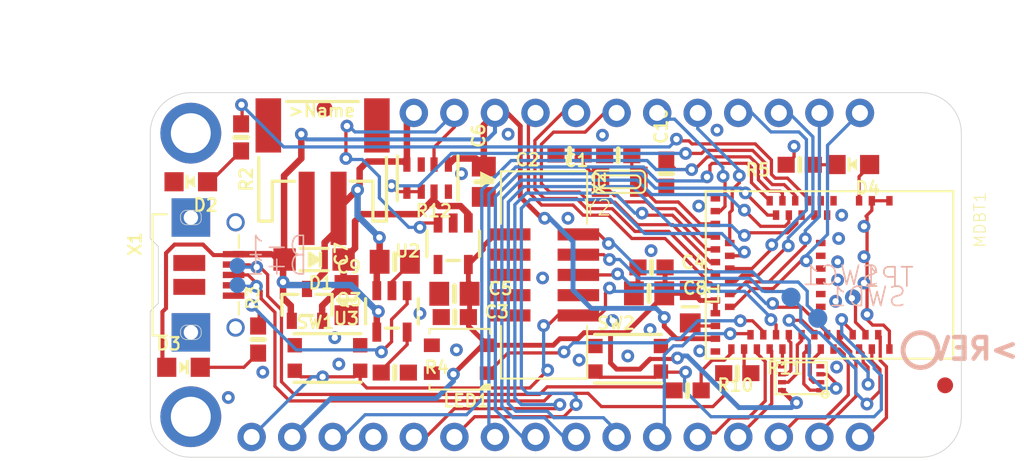
<source format=kicad_pcb>
(kicad_pcb (version 20171130) (host pcbnew "(5.1.4)-1")
  (layers (0 Top signal) (1 Route2 signal) (2 Route15 signal) (31 Bottom signal) (34 B.Paste user) (35 F.Paste user) (36 B.SilkS user) (37 F.SilkS user) (38 B.Mask user) (39 F.Mask user) (44 Edge.Cuts user))
  (net 0 "")
  (net 1 GND)
  (net 2 VBUS)
  (net 3 3.3V)
  (net 4 VBAT)
  (net 5 /RESET)
  (net 6 /AREF)
  (net 7 /D2)
  (net 8 /TXD)
  (net 9 /RXD)
  (net 10 /MISO)
  (net 11 /MOSI)
  (net 12 /SCK)
  (net 13 /A5)
  (net 14 /A4)
  (net 15 /A3)
  (net 16 /A2)
  (net 17 /A1)
  (net 18 /A0)
  (net 19 /SDA)
  (net 20 /SCL)
  (net 21 /D5)
  (net 22 /D6)
  (net 23 /D9)
  (net 24 /D10)
  (net 25 /D11)
  (net 26 /D12)
  (net 27 /D13)
  (net 28 /EN)
  (net 29 "Net-(X2-Pad8)")
  (net 30 /SWO)
  (net 31 /SWCLK)
  (net 32 /SWDIO)
  (net 33 "Net-(C2-Pad1)")
  (net 34 "Net-(C1-Pad1)")
  (net 35 "Net-(R4-Pad1)")
  (net 36 "Net-(R3-Pad2)")
  (net 37 "Net-(D3-PadC)")
  (net 38 "Net-(U2-Pad4)")
  (net 39 "Net-(C7-Pad2)")
  (net 40 "Net-(X1-PadID)")
  (net 41 "Net-(D2-PadA)")
  (net 42 /LED2)
  (net 43 "Net-(D4-PadC)")
  (net 44 "Net-(MDBT1-Pad61)")
  (net 45 "Net-(MDBT1-Pad60)")
  (net 46 "Net-(MDBT1-Pad59)")
  (net 47 "Net-(MDBT1-Pad58)")
  (net 48 "Net-(MDBT1-Pad57)")
  (net 49 "Net-(MDBT1-Pad56)")
  (net 50 "Net-(MDBT1-Pad52)")
  (net 51 /SWITCH)
  (net 52 /QSPI_DATA1)
  (net 53 /QSPI_DATA2)
  (net 54 /QSPI_CS)
  (net 55 /QSPI_DATA3)
  (net 56 /QSPI_SCK)
  (net 57 /QSPI_DATA0)
  (net 58 /NEOPIX)
  (net 59 /USBD+)
  (net 60 /USBD-)
  (net 61 /DCCH)
  (net 62 "Net-(MDBT1-Pad6)")
  (net 63 /LED1)
  (net 64 /VDIV)
  (net 65 "Net-(MDBT1-Pad7)")
  (net 66 "Net-(MDBT1-Pad5)")
  (net 67 "Net-(MDBT1-Pad4)")
  (net 68 "Net-(LED1-Pad3)")
  (net 69 "Net-(D+1-PadTP)")
  (net 70 "Net-(D-1-PadTP)")
  (module "Adafruit nRF52840 Bluefruit Feather Express Rev D:FEATHERWING_NODIM" (layer Top) (at 123.1011 116.4336)
    (fp_text reference MS1 hide)
    (fp_text value FEATHERWING_NODIM hide)
    (pad 1 thru_hole circle (at 6.35 -1.27) (size 1.778 1.778) (drill 1) (layers *.Cu *.Mask) (net 5 /RESET))
    (pad 2 thru_hole circle (at 8.89 -1.27) (size 1.778 1.778) (drill 1) (layers *.Cu *.Mask) (net 3 3.3V))
    (pad 3 thru_hole circle (at 11.43 -1.27) (size 1.778 1.778) (drill 1) (layers *.Cu *.Mask) (net 6 /AREF))
    (pad 4 thru_hole circle (at 13.97 -1.27) (size 1.778 1.778) (drill 1) (layers *.Cu *.Mask) (net 1 GND))
    (pad 16 thru_hole circle (at 44.45 -1.27) (size 1.778 1.778) (drill 1) (layers *.Cu *.Mask) (net 7 /D2))
    (pad 15 thru_hole circle (at 41.91 -1.27) (size 1.778 1.778) (drill 1) (layers *.Cu *.Mask) (net 8 /TXD))
    (pad 14 thru_hole circle (at 39.37 -1.27) (size 1.778 1.778) (drill 1) (layers *.Cu *.Mask) (net 9 /RXD))
    (pad 13 thru_hole circle (at 36.83 -1.27) (size 1.778 1.778) (drill 1) (layers *.Cu *.Mask) (net 10 /MISO))
    (pad 12 thru_hole circle (at 34.29 -1.27) (size 1.778 1.778) (drill 1) (layers *.Cu *.Mask) (net 11 /MOSI))
    (pad 11 thru_hole circle (at 31.75 -1.27) (size 1.778 1.778) (drill 1) (layers *.Cu *.Mask) (net 12 /SCK))
    (pad 10 thru_hole circle (at 29.21 -1.27) (size 1.778 1.778) (drill 1) (layers *.Cu *.Mask) (net 13 /A5))
    (pad 9 thru_hole circle (at 26.67 -1.27) (size 1.778 1.778) (drill 1) (layers *.Cu *.Mask) (net 14 /A4))
    (pad 8 thru_hole circle (at 24.13 -1.27) (size 1.778 1.778) (drill 1) (layers *.Cu *.Mask) (net 15 /A3))
    (pad 7 thru_hole circle (at 21.59 -1.27) (size 1.778 1.778) (drill 1) (layers *.Cu *.Mask) (net 16 /A2))
    (pad 6 thru_hole circle (at 19.05 -1.27) (size 1.778 1.778) (drill 1) (layers *.Cu *.Mask) (net 17 /A1))
    (pad 5 thru_hole circle (at 16.51 -1.27) (size 1.778 1.778) (drill 1) (layers *.Cu *.Mask) (net 18 /A0))
    (pad 17 thru_hole circle (at 44.45 -21.59) (size 1.778 1.778) (drill 1) (layers *.Cu *.Mask) (net 19 /SDA))
    (pad 18 thru_hole circle (at 41.91 -21.59) (size 1.778 1.778) (drill 1) (layers *.Cu *.Mask) (net 20 /SCL))
    (pad 19 thru_hole circle (at 39.37 -21.59) (size 1.778 1.778) (drill 1) (layers *.Cu *.Mask) (net 21 /D5))
    (pad 20 thru_hole circle (at 36.83 -21.59) (size 1.778 1.778) (drill 1) (layers *.Cu *.Mask) (net 22 /D6))
    (pad 21 thru_hole circle (at 34.29 -21.59) (size 1.778 1.778) (drill 1) (layers *.Cu *.Mask) (net 23 /D9))
    (pad 22 thru_hole circle (at 31.75 -21.59) (size 1.778 1.778) (drill 1) (layers *.Cu *.Mask) (net 24 /D10))
    (pad 23 thru_hole circle (at 29.21 -21.59) (size 1.778 1.778) (drill 1) (layers *.Cu *.Mask) (net 25 /D11))
    (pad 24 thru_hole circle (at 26.67 -21.59) (size 1.778 1.778) (drill 1) (layers *.Cu *.Mask) (net 26 /D12))
    (pad 25 thru_hole circle (at 24.13 -21.59) (size 1.778 1.778) (drill 1) (layers *.Cu *.Mask) (net 27 /D13))
    (pad 26 thru_hole circle (at 21.59 -21.59) (size 1.778 1.778) (drill 1) (layers *.Cu *.Mask) (net 2 VBUS))
    (pad 27 thru_hole circle (at 19.05 -21.59) (size 1.778 1.778) (drill 1) (layers *.Cu *.Mask) (net 28 /EN))
    (pad 28 thru_hole circle (at 16.51 -21.59) (size 1.778 1.778) (drill 1) (layers *.Cu *.Mask) (net 4 VBAT))
    (pad P$2 thru_hole circle (at 2.54 -2.54) (size 3.81 3.81) (drill 2.5) (layers *.Cu *.Mask))
    (pad P$1 thru_hole circle (at 2.54 -20.32) (size 3.81 3.81) (drill 2.5) (layers *.Cu *.Mask))
    (pad "" np_thru_hole circle (at 48.26 -2.54) (size 2.54 2.54) (drill 2.54) (layers *.Cu *.Mask))
    (pad "" np_thru_hole circle (at 48.26 -20.32) (size 2.54 2.54) (drill 2.54) (layers *.Cu *.Mask))
  )
  (module "Adafruit nRF52840 Bluefruit Feather Express Rev D:2X05_1.27MM_BOX_POSTS" (layer Top) (at 147.7645 105.0036 270)
    (fp_text reference X2 (at -6.6 -3 270) (layer F.SilkS) (effects (font (size 0.77216 0.77216) (thickness 0.146304)) (justify right top)))
    (fp_text value "2x5 0.05\"")
    (pad "" np_thru_hole circle (at 1.905 0 270) (size 1 1) (drill 1) (layers *.Cu *.Mask))
    (pad "" np_thru_hole circle (at -1.905 0 270) (size 1 1) (drill 1) (layers *.Cu *.Mask))
    (pad 9 smd rect (at 2.54 2.15 270) (size 0.76 2.6) (layers Top F.Paste F.Mask) (net 1 GND))
    (pad 7 smd rect (at 1.27 2.15 270) (size 0.76 2.6) (layers Top F.Paste F.Mask) (net 1 GND))
    (pad 5 smd rect (at 0 2.15 270) (size 0.76 2.6) (layers Top F.Paste F.Mask) (net 1 GND))
    (pad 3 smd rect (at -1.27 2.15 270) (size 0.76 2.6) (layers Top F.Paste F.Mask) (net 1 GND))
    (pad 1 smd rect (at -2.54 2.15 270) (size 0.76 2.6) (layers Top F.Paste F.Mask) (net 3 3.3V))
    (pad 10 smd rect (at 2.54 -2.15 270) (size 0.76 2.6) (layers Top F.Paste F.Mask) (net 5 /RESET))
    (pad 8 smd rect (at 1.27 -2.15 270) (size 0.76 2.6) (layers Top F.Paste F.Mask) (net 29 "Net-(X2-Pad8)"))
    (pad 6 smd rect (at 0 -2.15 270) (size 0.76 2.6) (layers Top F.Paste F.Mask) (net 30 /SWO))
    (pad 4 smd rect (at -1.27 -2.15 270) (size 0.76 2.6) (layers Top F.Paste F.Mask) (net 31 /SWCLK))
    (pad 2 smd rect (at -2.54 -2.15 270) (size 0.76 2.6) (layers Top F.Paste F.Mask) (net 32 /SWDIO))
  )
  (module "Adafruit nRF52840 Bluefruit Feather Express Rev D:XTAL3215" (layer Top) (at 152.5016 99.1616)
    (fp_text reference Y2 (at -2.3 2.2) (layer F.SilkS) (effects (font (size 0.9652 0.9652) (thickness 0.08128)) (justify left bottom)))
    (fp_text value 32.768)
    (pad P$2 smd rect (at -1.2 0 180) (size 1.1 1.9) (layers Top F.Paste F.Mask) (net 33 "Net-(C2-Pad1)"))
    (pad P$1 smd rect (at 1.2 0) (size 1.1 1.9) (layers Top F.Paste F.Mask) (net 34 "Net-(C1-Pad1)"))
  )
  (module "Adafruit nRF52840 Bluefruit Feather Express Rev D:BTN_KMR2_4.6X2.8" (layer Top) (at 134.2009 110.2106)
    (fp_text reference SW1 (at -2.032 -1.778) (layer F.SilkS) (effects (font (size 0.77216 0.77216) (thickness 0.146304)) (justify left bottom)))
    (fp_text value KMR2)
    (pad A' smd rect (at -2.05 -0.8) (size 0.9 0.9) (layers Top F.Paste F.Mask) (net 1 GND))
    (pad B' smd rect (at -2.05 0.8) (size 0.9 0.9) (layers Top F.Paste F.Mask) (net 5 /RESET))
    (pad B smd rect (at 2.05 0.8) (size 0.9 0.9) (layers Top F.Paste F.Mask) (net 5 /RESET))
    (pad A smd rect (at 2.05 -0.8) (size 0.9 0.9) (layers Top F.Paste F.Mask) (net 1 GND))
  )
  (module "Adafruit nRF52840 Bluefruit Feather Express Rev D:SOT23-5" (layer Top) (at 138.2395 107.2896 180)
    (fp_text reference U3 (at 1.978 0 180) (layer F.SilkS) (effects (font (size 0.77216 0.77216) (thickness 0.146304)) (justify right top)))
    (fp_text value MCP73831T-2ACI/OT)
    (pad 5 smd rect (at -0.95 -1.3001 180) (size 0.55 1.2) (layers Top F.Paste F.Mask) (net 35 "Net-(R4-Pad1)"))
    (pad 4 smd rect (at 0.95 -1.3001 180) (size 0.55 1.2) (layers Top F.Paste F.Mask) (net 2 VBUS))
    (pad 3 smd rect (at 0.95 1.3001 180) (size 0.55 1.2) (layers Top F.Paste F.Mask) (net 4 VBAT))
    (pad 2 smd rect (at 0 1.3001 180) (size 0.55 1.2) (layers Top F.Paste F.Mask) (net 1 GND))
    (pad 1 smd rect (at -0.95 1.3001 180) (size 0.55 1.2) (layers Top F.Paste F.Mask) (net 36 "Net-(R3-Pad2)"))
  )
  (module "Adafruit nRF52840 Bluefruit Feather Express Rev D:CHIPLED_0805_NOOUTLINE" (layer Top) (at 125.1839 110.7948 270)
    (fp_text reference D3 (at -1.016 1.778) (layer F.SilkS) (effects (font (size 0.77216 0.77216) (thickness 0.146304)) (justify left bottom)))
    (fp_text value ORANGE)
    (pad A smd rect (at 0 1.05 270) (size 1.2 1.2) (layers Top F.Paste F.Mask) (net 2 VBUS))
    (pad C smd rect (at 0 -1.05 270) (size 1.2 1.2) (layers Top F.Paste F.Mask) (net 37 "Net-(D3-PadC)"))
  )
  (module "Adafruit nRF52840 Bluefruit Feather Express Rev D:SOT23-5" (layer Top) (at 142.0749 103.0478 180)
    (fp_text reference U2 (at 1.978 0 180) (layer F.SilkS) (effects (font (size 0.77216 0.77216) (thickness 0.146304)) (justify right top)))
    (fp_text value "AP2112(3.3V)")
    (pad 5 smd rect (at -0.95 -1.3001 180) (size 0.55 1.2) (layers Top F.Paste F.Mask) (net 3 3.3V))
    (pad 4 smd rect (at 0.95 -1.3001 180) (size 0.55 1.2) (layers Top F.Paste F.Mask) (net 38 "Net-(U2-Pad4)"))
    (pad 3 smd rect (at 0.95 1.3001 180) (size 0.55 1.2) (layers Top F.Paste F.Mask) (net 28 /EN))
    (pad 2 smd rect (at 0 1.3001 180) (size 0.55 1.2) (layers Top F.Paste F.Mask) (net 1 GND))
    (pad 1 smd rect (at -0.95 1.3001 180) (size 0.55 1.2) (layers Top F.Paste F.Mask) (net 39 "Net-(C7-Pad2)"))
  )
  (module "Adafruit nRF52840 Bluefruit Feather Express Rev D:JSTPH2" (layer Top) (at 133.8961 97.1296)
    (fp_text reference X3 hide)
    (fp_text value JSTPH hide)
    (fp_text user >Name (at -2.2225 -1.9685) (layer F.SilkS) (effects (font (size 0.77216 0.77216) (thickness 0.146304)) (justify left bottom)))
    (pad NC2 smd rect (at 3.4 -1.5 90) (size 3.4 1.6) (layers Top F.Paste F.Mask))
    (pad NC1 smd rect (at -3.4 -1.5 90) (size 3.4 1.6) (layers Top F.Paste F.Mask))
    (pad 2 smd rect (at 1 3.7) (size 1 4.6) (layers Top F.Paste F.Mask) (net 4 VBAT))
    (pad 1 smd rect (at -1 3.7) (size 1 4.6) (layers Top F.Paste F.Mask) (net 1 GND))
  )
  (module "Adafruit nRF52840 Bluefruit Feather Express Rev D:4UCONN_20329_V2" (layer Top) (at 127.5461 105.0036 270)
    (fp_text reference X1 (at -2.778 5.852 270) (layer F.SilkS) (effects (font (size 0.77216 0.77216) (thickness 0.146304)) (justify right top)))
    (fp_text value 4u20329)
    (fp_line (start 3.15 2.2) (end 3.15 1.6) (layer Edge.Cuts) (width 0.05))
    (fp_arc (start 3.55 1.65) (end 3.15 1.6) (angle 90) (layer Edge.Cuts) (width 0.05))
    (fp_arc (start 3.65 1.65) (end 3.6 1.25) (angle 90) (layer Edge.Cuts) (width 0.05))
    (fp_line (start 4.05 1.6) (end 4.05 2.2) (layer Edge.Cuts) (width 0.05))
    (fp_arc (start 3.55 2.15) (end 3.6 2.55) (angle 90) (layer Edge.Cuts) (width 0.05))
    (fp_arc (start 3.65 2.15) (end 4.05 2.2) (angle 90) (layer Edge.Cuts) (width 0.05))
    (fp_line (start -4.05 2.15) (end -4.05 1.6) (layer Edge.Cuts) (width 0.05))
    (fp_arc (start -3.675 2.175) (end -3.7 2.55) (angle 90) (layer Edge.Cuts) (width 0.05))
    (fp_line (start -3.5 2.55) (end -3.7 2.55) (layer Edge.Cuts) (width 0.05))
    (fp_arc (start -3.525 2.175) (end -3.15 2.15) (angle 90) (layer Edge.Cuts) (width 0.05))
    (fp_line (start -3.15 1.6) (end -3.15 2.15) (layer Edge.Cuts) (width 0.05))
    (fp_arc (start -3.5 1.6) (end -3.5 1.25) (angle 90) (layer Edge.Cuts) (width 0.05))
    (fp_line (start -3.7 1.25) (end -3.5 1.25) (layer Edge.Cuts) (width 0.05))
    (fp_arc (start -3.7 1.6) (end -4.05 1.6) (angle 90) (layer Edge.Cuts) (width 0.05))
    (pad BASE@2 smd rect (at 0.75 2) (size 2 1) (layers Top F.Paste F.Mask) (net 1 GND))
    (pad BASE@1 smd rect (at -0.75 2) (size 2 1) (layers Top F.Paste F.Mask) (net 1 GND))
    (pad GND smd rect (at 1.3 -0.775 270) (size 0.4 1.35) (layers Top F.Mask) (net 1 GND))
    (pad ID smd rect (at 0.65 -0.775 270) (size 0.4 1.35) (layers Top F.Mask) (net 40 "Net-(X1-PadID)"))
    (pad D+ smd rect (at 0 -0.775 270) (size 0.4 1.35) (layers Top F.Mask) (net 69 "Net-(D+1-PadTP)"))
    (pad D- smd rect (at -0.65 -0.775 270) (size 0.4 1.35) (layers Top F.Mask) (net 70 "Net-(D-1-PadTP)"))
    (pad VBUS smd rect (at -1.3 -0.775 270) (size 0.4 1.35) (layers Top F.Mask) (net 2 VBUS))
    (pad SPRT@2 thru_hole circle (at 3.3 -0.9 270) (size 1.143 1.143) (drill 0.8) (layers *.Cu *.Mask) (net 1 GND))
    (pad SPRT@1 thru_hole circle (at -3.3 -0.9 90) (size 1.143 1.143) (drill 0.8) (layers *.Cu *.Mask) (net 1 GND))
    (pad SPRT@3 thru_hole rect (at -3.6 1.9) (size 2.413 2.413) (drill 0.9) (layers *.Cu *.Mask) (net 1 GND))
    (pad SPRT@4 thru_hole rect (at 3.6 1.9) (size 2.413 2.413) (drill 0.9) (layers *.Cu *.Mask) (net 1 GND))
    (pad "" np_thru_hole circle (at 1.95 0 270) (size 0.7 0.7) (drill 0.7) (layers *.Cu *.Mask))
    (pad "" np_thru_hole circle (at -1.95 0 270) (size 0.7 0.7) (drill 0.7) (layers *.Cu *.Mask))
  )
  (module "Adafruit nRF52840 Bluefruit Feather Express Rev D:SOD-123" (layer Top) (at 133.3627 104.0384 180)
    (fp_text reference D1 (at -1.27 -1.016 180) (layer F.SilkS) (effects (font (size 0.77216 0.77216) (thickness 0.146304)) (justify right top)))
    (fp_text value MBR120)
    (pad A smd rect (at 1.85 0 270) (size 1.4 1.4) (layers Top F.Paste F.Mask) (net 2 VBUS))
    (pad C smd rect (at -1.85 0 270) (size 1.4 1.4) (layers Top F.Paste F.Mask) (net 39 "Net-(C7-Pad2)"))
  )
  (module "Adafruit nRF52840 Bluefruit Feather Express Rev D:SOT23-R" (layer Top) (at 132.9182 106.8832)
    (fp_text reference Q3 (at 1.778 0.127) (layer F.SilkS) (effects (font (size 0.77216 0.77216) (thickness 0.146304)) (justify left bottom)))
    (fp_text value DMG2305)
    (pad 1 smd rect (at -0.95 1) (size 0.635 1.016) (layers Top F.Paste F.Mask) (net 2 VBUS))
    (pad 2 smd rect (at 0.95 1) (size 0.635 1.016) (layers Top F.Paste F.Mask) (net 39 "Net-(C7-Pad2)"))
    (pad 3 smd rect (at 0 -1) (size 0.635 1.016) (layers Top F.Paste F.Mask) (net 4 VBAT))
  )
  (module "Adafruit nRF52840 Bluefruit Feather Express Rev D:CHIPLED_0805_NOOUTLINE" (layer Top) (at 125.6411 99.1616 90)
    (fp_text reference D2 (at -1.016 1.778 180) (layer F.SilkS) (effects (font (size 0.77216 0.77216) (thickness 0.146304)) (justify right top)))
    (fp_text value RED)
    (pad A smd rect (at 0 1.05 90) (size 1.2 1.2) (layers Top F.Paste F.Mask) (net 41 "Net-(D2-PadA)"))
    (pad C smd rect (at 0 -1.05 90) (size 1.2 1.2) (layers Top F.Paste F.Mask) (net 1 GND))
  )
  (module "Adafruit nRF52840 Bluefruit Feather Express Rev D:PCBFEAT-REV-056" (layer Bottom) (at 171.3428 109.7173 180)
    (fp_text reference U$10 hide)
    (fp_text value "" hide)
    (fp_text user >REV (at -0.5055 -0.7145 180) (layer B.SilkS) (effects (font (size 1.35128 1.35128) (thickness 0.28448)) (justify right bottom mirror)))
  )
  (module "Adafruit nRF52840 Bluefruit Feather Express Rev D:CHIPLED_0805_NOOUTLINE" (layer Top) (at 167.1066 98.0821 90)
    (fp_text reference D4 (at -1.016 1.778 180) (layer F.SilkS) (effects (font (size 0.77216 0.77216) (thickness 0.146304)) (justify right top)))
    (fp_text value BLUE)
    (pad A smd rect (at 0 1.05 90) (size 1.2 1.2) (layers Top F.Paste F.Mask) (net 42 /LED2))
    (pad C smd rect (at 0 -1.05 90) (size 1.2 1.2) (layers Top F.Paste F.Mask) (net 43 "Net-(D4-PadC)"))
  )
  (module "Adafruit nRF52840 Bluefruit Feather Express Rev D:MDBT50" (layer Top) (at 165.6461 105.0036 270)
    (fp_text reference MDBT1 (at -5.25 -9 270) (layer F.SilkS) (effects (font (size 0.7239 0.7239) (thickness 0.06096)) (justify right top)))
    (fp_text value MDBT50)
    (pad 61 smd rect (at 2 0.55 180) (size 0.6 0.4) (layers Top F.Paste F.Mask) (net 44 "Net-(MDBT1-Pad61)"))
    (pad 60 smd rect (at 1.2 0.55 180) (size 0.6 0.4) (layers Top F.Paste F.Mask) (net 45 "Net-(MDBT1-Pad60)"))
    (pad 59 smd rect (at 0.4 0.55 180) (size 0.6 0.4) (layers Top F.Paste F.Mask) (net 46 "Net-(MDBT1-Pad59)"))
    (pad 58 smd rect (at -0.4 0.55 180) (size 0.6 0.4) (layers Top F.Paste F.Mask) (net 47 "Net-(MDBT1-Pad58)"))
    (pad 57 smd rect (at -1.2 0.55 180) (size 0.6 0.4) (layers Top F.Paste F.Mask) (net 48 "Net-(MDBT1-Pad57)"))
    (pad 56 smd rect (at -2 0.55 180) (size 0.6 0.4) (layers Top F.Paste F.Mask) (net 49 "Net-(MDBT1-Pad56)"))
    (pad 55 smd rect (at 4.65 -3.75 90) (size 0.6 0.4) (layers Top F.Paste F.Mask) (net 1 GND))
    (pad 54 smd rect (at 3.75 -3.05 90) (size 0.6 0.4) (layers Top F.Paste F.Mask) (net 7 /D2))
    (pad 53 smd rect (at 4.65 -2.65 90) (size 0.6 0.4) (layers Top F.Paste F.Mask) (net 31 /SWCLK))
    (pad 52 smd rect (at 3.75 -2.25 90) (size 0.6 0.4) (layers Top F.Paste F.Mask) (net 50 "Net-(MDBT1-Pad52)"))
    (pad 51 smd rect (at 4.65 -1.85 90) (size 0.6 0.4) (layers Top F.Paste F.Mask) (net 32 /SWDIO))
    (pad 50 smd rect (at 3.75 -1.45 90) (size 0.6 0.4) (layers Top F.Paste F.Mask) (net 51 /SWITCH))
    (pad 49 smd rect (at 3.75 -0.65 90) (size 0.6 0.4) (layers Top F.Paste F.Mask) (net 8 /TXD))
    (pad 48 smd rect (at 4.65 -0.25 90) (size 0.6 0.4) (layers Top F.Paste F.Mask) (net 9 /RXD))
    (pad 47 smd rect (at 3.75 0.15 90) (size 0.6 0.4) (layers Top F.Paste F.Mask) (net 30 /SWO))
    (pad 46 smd rect (at 4.65 0.55 90) (size 0.6 0.4) (layers Top F.Paste F.Mask) (net 52 /QSPI_DATA1))
    (pad 45 smd rect (at 3.75 0.95 90) (size 0.6 0.4) (layers Top F.Paste F.Mask) (net 53 /QSPI_DATA2))
    (pad 44 smd rect (at 4.65 1.35 90) (size 0.6 0.4) (layers Top F.Paste F.Mask) (net 54 /QSPI_CS))
    (pad 43 smd rect (at 3.75 1.75 90) (size 0.6 0.4) (layers Top F.Paste F.Mask) (net 55 /QSPI_DATA3))
    (pad 42 smd rect (at 3.75 2.55 90) (size 0.6 0.4) (layers Top F.Paste F.Mask) (net 56 /QSPI_SCK))
    (pad 41 smd rect (at 4.65 2.95 90) (size 0.6 0.4) (layers Top F.Paste F.Mask) (net 57 /QSPI_DATA0))
    (pad 19 smd rect (at -2 6.25 180) (size 0.6 0.4) (layers Top F.Paste F.Mask) (net 23 /D9))
    (pad 36 smd rect (at 3.75 4.95 90) (size 0.6 0.4) (layers Top F.Paste F.Mask) (net 12 /SCK))
    (pad 39 smd rect (at 4.65 3.75 90) (size 0.6 0.4) (layers Top F.Paste F.Mask) (net 10 /MISO))
    (pad 40 smd rect (at 3.75 3.35 90) (size 0.6 0.4) (layers Top F.Paste F.Mask) (net 5 /RESET))
    (pad 38 smd rect (at 3.75 4.15 90) (size 0.6 0.4) (layers Top F.Paste F.Mask) (net 58 /NEOPIX))
    (pad 37 smd rect (at 4.65 4.55 90) (size 0.6 0.4) (layers Top F.Paste F.Mask) (net 11 /MOSI))
    (pad 35 smd rect (at 4.65 5.35 90) (size 0.6 0.4) (layers Top F.Paste F.Mask) (net 59 /USBD+))
    (pad 34 smd rect (at 4.65 6.15 90) (size 0.6 0.4) (layers Top F.Paste F.Mask) (net 60 /USBD-))
    (pad 33 smd rect (at 4.8 7.15 180) (size 0.6 0.4) (layers Top F.Paste F.Mask) (net 1 GND))
    (pad 31 smd rect (at 3.2 7.15 180) (size 0.6 0.4) (layers Top F.Paste F.Mask) (net 61 /DCCH))
    (pad 30 smd rect (at 2.4 7.15) (size 0.6 0.4) (layers Top F.Paste F.Mask) (net 3 3.3V))
    (pad 32 smd rect (at 4 7.15 180) (size 0.6 0.4) (layers Top F.Paste F.Mask) (net 2 VBUS))
    (pad 29 smd rect (at 2 6.25 180) (size 0.6 0.4) (layers Top F.Paste F.Mask) (net 19 /SDA))
    (pad 27 smd rect (at 1.2 6.25 180) (size 0.6 0.4) (layers Top F.Paste F.Mask) (net 20 /SCL))
    (pad 25 smd rect (at 0.4 6.25 180) (size 0.6 0.4) (layers Top F.Paste F.Mask) (net 21 /D5))
    (pad 23 smd rect (at -0.4 6.25 180) (size 0.6 0.4) (layers Top F.Paste F.Mask) (net 22 /D6))
    (pad 21 smd rect (at -1.2 6.25 180) (size 0.6 0.4) (layers Top F.Paste F.Mask) (net 17 /A1))
    (pad 28 smd rect (at 1.6 7.15) (size 0.6 0.4) (layers Top F.Paste F.Mask) (net 3 3.3V))
    (pad 26 smd rect (at 0.8 7.15) (size 0.6 0.4) (layers Top F.Paste F.Mask) (net 27 /D13))
    (pad 24 smd rect (at 0 7.15) (size 0.6 0.4) (layers Top F.Paste F.Mask) (net 26 /D12))
    (pad 22 smd rect (at -0.8 7.15) (size 0.6 0.4) (layers Top F.Paste F.Mask) (net 25 /D11))
    (pad 20 smd rect (at -1.6 7.15) (size 0.6 0.4) (layers Top F.Paste F.Mask) (net 18 /A0))
    (pad 18 smd rect (at -2.4 7.15) (size 0.6 0.4) (layers Top F.Paste F.Mask) (net 33 "Net-(C2-Pad1)"))
    (pad 17 smd rect (at -3.2 7.15 180) (size 0.6 0.4) (layers Top F.Paste F.Mask) (net 34 "Net-(C1-Pad1)"))
    (pad 2 smd rect (at -4.65 -2.65 90) (size 0.6 0.4) (layers Top F.Paste F.Mask) (net 1 GND))
    (pad 16 smd rect (at -4 7.15 180) (size 0.6 0.4) (layers Top F.Paste F.Mask) (net 24 /D10))
    (pad 6 smd rect (at -4.65 0.55 90) (size 0.6 0.4) (layers Top F.Paste F.Mask) (net 62 "Net-(MDBT1-Pad6)"))
    (pad 15 smd rect (at -4.8 7.15 180) (size 0.6 0.4) (layers Top F.Paste F.Mask) (net 1 GND))
    (pad 8 smd rect (at -4.65 1.35 270) (size 0.6 0.4) (layers Top F.Paste F.Mask) (net 63 /LED1))
    (pad 14 smd rect (at -4.65 3.75 270) (size 0.6 0.4) (layers Top F.Paste F.Mask) (net 16 /A2))
    (pad 13 smd rect (at -3.75 3.35 270) (size 0.6 0.4) (layers Top F.Paste F.Mask) (net 15 /A3))
    (pad 12 smd rect (at -4.65 2.95 270) (size 0.6 0.4) (layers Top F.Paste F.Mask) (net 6 /AREF))
    (pad 11 smd rect (at -3.75 2.55 270) (size 0.6 0.4) (layers Top F.Paste F.Mask) (net 14 /A4))
    (pad 10 smd rect (at -4.65 2.15 270) (size 0.6 0.4) (layers Top F.Paste F.Mask) (net 64 /VDIV))
    (pad 9 smd rect (at -3.75 1.75 270) (size 0.6 0.4) (layers Top F.Paste F.Mask) (net 13 /A5))
    (pad 7 smd rect (at -3.75 0.95 270) (size 0.6 0.4) (layers Top F.Paste F.Mask) (net 65 "Net-(MDBT1-Pad7)"))
    (pad 5 smd rect (at -3.75 0.15 270) (size 0.6 0.4) (layers Top F.Paste F.Mask) (net 66 "Net-(MDBT1-Pad5)"))
    (pad 4 smd rect (at -4.65 -0.25 270) (size 0.6 0.4) (layers Top F.Paste F.Mask) (net 67 "Net-(MDBT1-Pad4)"))
    (pad 3 smd rect (at -4.65 -1.85 270) (size 0.6 0.4) (layers Top F.Paste F.Mask) (net 42 /LED2))
    (pad 1 smd rect (at -4.65 -3.75 270) (size 0.6 0.4) (layers Top F.Paste F.Mask) (net 1 GND))
  )
  (module "Adafruit nRF52840 Bluefruit Feather Express Rev D:USON8" (layer Top) (at 163.8681 111.4806 180)
    (fp_text reference IC2 hide)
    (fp_text value GD25Q16 hide)
    (pad 5 smd rect (at 1.2 0.75 270) (size 0.275 0.5) (layers Top F.Paste F.Mask) (net 57 /QSPI_DATA0))
    (pad 6 smd rect (at 1.2 0.25 270) (size 0.275 0.5) (layers Top F.Paste F.Mask) (net 56 /QSPI_SCK))
    (pad 7 smd rect (at 1.2 -0.25 270) (size 0.275 0.5) (layers Top F.Paste F.Mask) (net 55 /QSPI_DATA3))
    (pad 8 smd rect (at 1.2 -0.75 270) (size 0.275 0.5) (layers Top F.Paste F.Mask) (net 3 3.3V))
    (pad 4 smd rect (at -1.2 0.75 270) (size 0.275 0.5) (layers Top F.Paste F.Mask) (net 1 GND))
    (pad 3 smd rect (at -1.2 0.25 270) (size 0.275 0.5) (layers Top F.Paste F.Mask) (net 53 /QSPI_DATA2))
    (pad 2 smd rect (at -1.2 -0.25 270) (size 0.275 0.5) (layers Top F.Paste F.Mask) (net 52 /QSPI_DATA1))
    (pad 1 smd rect (at -1.2 -0.75 270) (size 0.275 0.5) (layers Top F.Paste F.Mask) (net 54 /QSPI_CS))
  )
  (module "Adafruit nRF52840 Bluefruit Feather Express Rev D:LED3535" (layer Top) (at 142.4879 110.2884 180)
    (fp_text reference LED1 (at -1.905 -2.159 180) (layer F.SilkS) (effects (font (size 0.77216 0.77216) (thickness 0.146304)) (justify right top)))
    (fp_text value WS2812B3535)
    (pad 3 smd rect (at 1.75 0.875 270) (size 0.85 1) (layers Top F.Paste F.Mask) (net 68 "Net-(LED1-Pad3)"))
    (pad 2 smd rect (at -1.75 0.875 270) (size 0.85 1) (layers Top F.Paste F.Mask) (net 3 3.3V))
    (pad 4 smd rect (at 1.75 -0.875 270) (size 0.85 1) (layers Top F.Paste F.Mask) (net 1 GND))
    (pad 1 smd rect (at -1.75 -0.875 270) (size 0.85 1) (layers Top F.Paste F.Mask) (net 58 /NEOPIX))
  )
  (module "Adafruit nRF52840 Bluefruit Feather Express Rev D:BTN_KMR2_4.6X2.8" (layer Top) (at 153.035 110.2614)
    (fp_text reference SW2 (at -2.032 -1.778) (layer F.SilkS) (effects (font (size 0.77216 0.77216) (thickness 0.146304)) (justify left bottom)))
    (fp_text value KMR2)
    (pad A' smd rect (at -2.05 -0.8) (size 0.9 0.9) (layers Top F.Paste F.Mask) (net 1 GND))
    (pad B' smd rect (at -2.05 0.8) (size 0.9 0.9) (layers Top F.Paste F.Mask) (net 51 /SWITCH))
    (pad B smd rect (at 2.05 0.8) (size 0.9 0.9) (layers Top F.Paste F.Mask) (net 51 /SWITCH))
    (pad A smd rect (at 2.05 -0.8) (size 0.9 0.9) (layers Top F.Paste F.Mask) (net 1 GND))
  )
  (module "Adafruit nRF52840 Bluefruit Feather Express Rev D:0603-NO" (layer Top) (at 142.1765 107.6452)
    (fp_text reference C3 (at 1.778 0.127) (layer F.SilkS) (effects (font (size 0.77216 0.77216) (thickness 0.146304)) (justify left bottom)))
    (fp_text value 0.1uF)
    (pad 2 smd rect (at 0.85 0) (size 1.075 1) (layers Top F.Paste F.Mask) (net 3 3.3V))
    (pad 1 smd rect (at -0.85 0) (size 1.075 1) (layers Top F.Paste F.Mask) (net 1 GND))
  )
  (module "Adafruit nRF52840 Bluefruit Feather Express Rev D:0603-NO" (layer Top) (at 152.4127 97.4979 180)
    (fp_text reference C1 (at 1.778 0.127 180) (layer F.SilkS) (effects (font (size 0.77216 0.77216) (thickness 0.146304)) (justify right top)))
    (fp_text value 22pF)
    (pad 2 smd rect (at 0.85 0 180) (size 1.075 1) (layers Top F.Paste F.Mask) (net 1 GND))
    (pad 1 smd rect (at -0.85 0 180) (size 1.075 1) (layers Top F.Paste F.Mask) (net 34 "Net-(C1-Pad1)"))
  )
  (module "Adafruit nRF52840 Bluefruit Feather Express Rev D:0603-NO" (layer Top) (at 149.3647 97.4598 180)
    (fp_text reference C2 (at 1.778 0.127 180) (layer F.SilkS) (effects (font (size 0.77216 0.77216) (thickness 0.146304)) (justify right top)))
    (fp_text value 22pF)
    (pad 2 smd rect (at 0.85 0 180) (size 1.075 1) (layers Top F.Paste F.Mask) (net 1 GND))
    (pad 1 smd rect (at -0.85 0 180) (size 1.075 1) (layers Top F.Paste F.Mask) (net 33 "Net-(C2-Pad1)"))
  )
  (module "Adafruit nRF52840 Bluefruit Feather Express Rev D:0603-NO" (layer Top) (at 154.4955 104.5337)
    (fp_text reference C4 (at 1.778 0.127) (layer F.SilkS) (effects (font (size 0.77216 0.77216) (thickness 0.146304)) (justify left bottom)))
    (fp_text value 0.1uF)
    (pad 2 smd rect (at 0.85 0) (size 1.075 1) (layers Top F.Paste F.Mask) (net 3 3.3V))
    (pad 1 smd rect (at -0.85 0) (size 1.075 1) (layers Top F.Paste F.Mask) (net 1 GND))
  )
  (module "Adafruit nRF52840 Bluefruit Feather Express Rev D:0805-NO" (layer Top) (at 142.1511 106.1847)
    (fp_text reference C5 (at 2.032 0.127) (layer F.SilkS) (effects (font (size 0.77216 0.77216) (thickness 0.146304)) (justify left bottom)))
    (fp_text value 10uF)
    (pad 2 smd rect (at 0.95 0) (size 1.24 1.5) (layers Top F.Paste F.Mask) (net 3 3.3V))
    (pad 1 smd rect (at -0.95 0) (size 1.24 1.5) (layers Top F.Paste F.Mask) (net 1 GND))
  )
  (module "Adafruit nRF52840 Bluefruit Feather Express Rev D:0805-NO" (layer Top) (at 143.9926 99.1616 90)
    (fp_text reference C6 (at 2.032 0.127 90) (layer F.SilkS) (effects (font (size 0.77216 0.77216) (thickness 0.146304)) (justify left bottom)))
    (fp_text value 10uF)
    (pad 2 smd rect (at 0.95 0 90) (size 1.24 1.5) (layers Top F.Paste F.Mask) (net 2 VBUS))
    (pad 1 smd rect (at -0.95 0 90) (size 1.24 1.5) (layers Top F.Paste F.Mask) (net 1 GND))
  )
  (module "Adafruit nRF52840 Bluefruit Feather Express Rev D:0805-NO" (layer Top) (at 135.3947 106.5784 90)
    (fp_text reference C7 (at 2.032 0.127 90) (layer F.SilkS) (effects (font (size 0.77216 0.77216) (thickness 0.146304)) (justify left bottom)))
    (fp_text value 10uF)
    (pad 2 smd rect (at 0.95 0 90) (size 1.24 1.5) (layers Top F.Paste F.Mask) (net 39 "Net-(C7-Pad2)"))
    (pad 1 smd rect (at -0.95 0 90) (size 1.24 1.5) (layers Top F.Paste F.Mask) (net 1 GND))
  )
  (module "Adafruit nRF52840 Bluefruit Feather Express Rev D:0805-NO" (layer Top) (at 154.3431 106.1593)
    (fp_text reference C8 (at 2.032 0.127) (layer F.SilkS) (effects (font (size 0.77216 0.77216) (thickness 0.146304)) (justify left bottom)))
    (fp_text value 10uF)
    (pad 2 smd rect (at 0.95 0) (size 1.24 1.5) (layers Top F.Paste F.Mask) (net 3 3.3V))
    (pad 1 smd rect (at -0.95 0) (size 1.24 1.5) (layers Top F.Paste F.Mask) (net 1 GND))
  )
  (module "Adafruit nRF52840 Bluefruit Feather Express Rev D:0805-NO" (layer Top) (at 138.4173 104.1781 180)
    (fp_text reference C9 (at 2.032 0.127 180) (layer F.SilkS) (effects (font (size 0.77216 0.77216) (thickness 0.146304)) (justify right top)))
    (fp_text value 10uF)
    (pad 2 smd rect (at 0.95 0 180) (size 1.24 1.5) (layers Top F.Paste F.Mask) (net 4 VBAT))
    (pad 1 smd rect (at -0.95 0 180) (size 1.24 1.5) (layers Top F.Paste F.Mask) (net 1 GND))
  )
  (module "Adafruit nRF52840 Bluefruit Feather Express Rev D:0603-NO" (layer Top) (at 128.7907 96.3803 270)
    (fp_text reference R2 (at 1.778 0.127 270) (layer F.SilkS) (effects (font (size 0.77216 0.77216) (thickness 0.146304)) (justify right top)))
    (fp_text value 1K)
    (pad 2 smd rect (at 0.85 0 270) (size 1.075 1) (layers Top F.Paste F.Mask) (net 41 "Net-(D2-PadA)"))
    (pad 1 smd rect (at -0.85 0 270) (size 1.075 1) (layers Top F.Paste F.Mask) (net 63 /LED1))
  )
  (module "Adafruit nRF52840 Bluefruit Feather Express Rev D:0603-NO" (layer Top) (at 163.7792 98.0948 180)
    (fp_text reference R5 (at 1.778 0.127 180) (layer F.SilkS) (effects (font (size 0.77216 0.77216) (thickness 0.146304)) (justify right top)))
    (fp_text value 1K)
    (pad 2 smd rect (at 0.85 0 180) (size 1.075 1) (layers Top F.Paste F.Mask) (net 1 GND))
    (pad 1 smd rect (at -0.85 0 180) (size 1.075 1) (layers Top F.Paste F.Mask) (net 43 "Net-(D4-PadC)"))
  )
  (module "Adafruit nRF52840 Bluefruit Feather Express Rev D:0603-NO" (layer Top) (at 129.8575 109.0549 90)
    (fp_text reference R3 (at 1.778 0.127 90) (layer F.SilkS) (effects (font (size 0.77216 0.77216) (thickness 0.146304)) (justify left bottom)))
    (fp_text value 1K)
    (pad 2 smd rect (at 0.85 0 90) (size 1.075 1) (layers Top F.Paste F.Mask) (net 36 "Net-(R3-Pad2)"))
    (pad 1 smd rect (at -0.85 0 90) (size 1.075 1) (layers Top F.Paste F.Mask) (net 37 "Net-(D3-PadC)"))
  )
  (module "Adafruit nRF52840 Bluefruit Feather Express Rev D:0603-NO" (layer Top) (at 138.4173 111.125)
    (fp_text reference R4 (at 1.778 0.127) (layer F.SilkS) (effects (font (size 0.77216 0.77216) (thickness 0.146304)) (justify left bottom)))
    (fp_text value 4.7K)
    (pad 2 smd rect (at 0.85 0) (size 1.075 1) (layers Top F.Paste F.Mask) (net 1 GND))
    (pad 1 smd rect (at -0.85 0) (size 1.075 1) (layers Top F.Paste F.Mask) (net 35 "Net-(R4-Pad1)"))
  )
  (module "Adafruit nRF52840 Bluefruit Feather Express Rev D:0603-NO" (layer Top) (at 156.7561 112.2426)
    (fp_text reference R10 (at 1.778 0.127) (layer F.SilkS) (effects (font (size 0.77216 0.77216) (thickness 0.146304)) (justify left bottom)))
    (fp_text value 22)
    (pad 2 smd rect (at 0.85 0) (size 1.075 1) (layers Top F.Paste F.Mask) (net 60 /USBD-))
    (pad 1 smd rect (at -0.85 0) (size 1.075 1) (layers Top F.Paste F.Mask) (net 70 "Net-(D-1-PadTP)"))
  )
  (module "Adafruit nRF52840 Bluefruit Feather Express Rev D:0603-NO" (layer Top) (at 159.8676 111.1631)
    (fp_text reference R11 (at 1.778 0.127) (layer F.SilkS) (effects (font (size 0.77216 0.77216) (thickness 0.146304)) (justify left bottom)))
    (fp_text value 22)
    (pad 2 smd rect (at 0.85 0) (size 1.075 1) (layers Top F.Paste F.Mask) (net 59 /USBD+))
    (pad 1 smd rect (at -0.85 0) (size 1.075 1) (layers Top F.Paste F.Mask) (net 69 "Net-(D+1-PadTP)"))
  )
  (module "Adafruit nRF52840 Bluefruit Feather Express Rev D:_0805MP" (layer Top) (at 156.9212 106.9975 270)
    (fp_text reference L1 (at -1.5875 -0.9525 270) (layer F.SilkS) (effects (font (size 0.77216 0.77216) (thickness 0.146304)) (justify right top)))
    (fp_text value DNP)
    (pad 2 smd rect (at 1.016 0 270) (size 1.2 1.3) (layers Top F.Paste F.Mask) (net 61 /DCCH))
    (pad 1 smd rect (at -1.016 0 270) (size 1.2 1.3) (layers Top F.Paste F.Mask) (net 3 3.3V))
  )
  (module "Adafruit nRF52840 Bluefruit Feather Express Rev D:RESPACK_4X0603" (layer Top) (at 140.4747 98.933 180)
    (fp_text reference R12 (at -1.6 -1.6 180) (layer F.SilkS) (effects (font (size 0.77216 0.77216) (thickness 0.146304)) (justify right top)))
    (fp_text value 100K)
    (pad 3 smd rect (at 0.4 0.85 180) (size 0.45 0.9) (layers Top F.Paste F.Mask) (net 1 GND))
    (pad 2 smd rect (at -0.4 0.85 180) (size 0.45 0.9) (layers Top F.Paste F.Mask) (net 28 /EN))
    (pad 4 smd rect (at 1.3 0.85 180) (size 0.45 0.9) (layers Top F.Paste F.Mask) (net 4 VBAT))
    (pad 5 smd rect (at 1.3 -0.85 180) (size 0.45 0.9) (layers Top F.Paste F.Mask) (net 64 /VDIV))
    (pad 6 smd rect (at 0.4 -0.85 180) (size 0.45 0.9) (layers Top F.Paste F.Mask) (net 64 /VDIV))
    (pad 7 smd rect (at -0.4 -0.85 180) (size 0.45 0.9) (layers Top F.Paste F.Mask) (net 39 "Net-(C7-Pad2)"))
    (pad 1 smd rect (at -1.3 0.85 180) (size 0.45 0.9) (layers Top F.Paste F.Mask) (net 2 VBUS))
    (pad 8 smd rect (at -1.3 -0.85 180) (size 0.45 0.9) (layers Top F.Paste F.Mask) (net 1 GND))
  )
  (module "Adafruit nRF52840 Bluefruit Feather Express Rev D:0603-NO" (layer Top) (at 155.4226 98.6536 90)
    (fp_text reference C10 (at 1.778 0.127 90) (layer F.SilkS) (effects (font (size 0.77216 0.77216) (thickness 0.146304)) (justify left bottom)))
    (fp_text value 0.1uF)
    (pad 2 smd rect (at 0.85 0 90) (size 1.075 1) (layers Top F.Paste F.Mask) (net 6 /AREF))
    (pad 1 smd rect (at -0.85 0 90) (size 1.075 1) (layers Top F.Paste F.Mask) (net 1 GND))
  )
  (module "Adafruit nRF52840 Bluefruit Feather Express Rev D:FIDUCIAL_1MM" (layer Top) (at 134.0231 94.5896)
    (fp_text reference FID1 hide)
    (fp_text value FIDUCIAL_1MM hide)
    (pad 1 smd roundrect (at 0 0) (size 1 1) (layers Top F.Mask) (roundrect_rratio 0.5))
  )
  (module "Adafruit nRF52840 Bluefruit Feather Express Rev D:FIDUCIAL_1MM" (layer Top) (at 172.8851 111.9251)
    (fp_text reference FID2 hide)
    (fp_text value FIDUCIAL_1MM hide)
    (pad 1 smd roundrect (at 0 0) (size 1 1) (layers Top F.Mask) (roundrect_rratio 0.5))
  )
  (module "Adafruit nRF52840 Bluefruit Feather Express Rev D:TP10R" (layer Bottom) (at 167.1066 106.4006 180)
    (fp_text reference TP1 (at -0.5001 0.5499 180) (layer B.SilkS) (effects (font (size 1.2065 1.2065) (thickness 0.1016)) (justify right bottom mirror)))
    (fp_text value TPTP10R)
    (pad TP smd roundrect (at 0 0 180) (size 1 1) (layers Bottom B.Mask) (roundrect_rratio 0.5) (net 50 "Net-(MDBT1-Pad52)"))
  )
  (module "Adafruit nRF52840 Bluefruit Feather Express Rev D:TP12R" (layer Bottom) (at 164.9095 107.7214 180)
    (fp_text reference SWD1 (at -0.5999 0.65 180) (layer B.SilkS) (effects (font (size 1.2065 1.2065) (thickness 0.1016)) (justify right bottom mirror)))
    (fp_text value TPTP12R)
    (pad TP smd roundrect (at 0 0 180) (size 1.2 1.2) (layers Bottom B.Mask) (roundrect_rratio 0.5) (net 32 /SWDIO))
  )
  (module "Adafruit nRF52840 Bluefruit Feather Express Rev D:TP12R" (layer Bottom) (at 163.2331 106.4006 180)
    (fp_text reference SWC1 (at -0.5999 0.65 180) (layer B.SilkS) (effects (font (size 1.2065 1.2065) (thickness 0.1016)) (justify right bottom mirror)))
    (fp_text value TPTP12R)
    (pad TP smd roundrect (at 0 0 180) (size 1.2 1.2) (layers Bottom B.Mask) (roundrect_rratio 0.5) (net 31 /SWCLK))
  )
  (module "Adafruit nRF52840 Bluefruit Feather Express Rev D:TP10R" (layer Bottom) (at 128.5621 105.6386 180)
    (fp_text reference D+1 (at -0.5001 0.5499 180) (layer B.SilkS) (effects (font (size 1.2065 1.2065) (thickness 0.1016)) (justify right bottom mirror)))
    (fp_text value TPTP10R)
    (pad TP smd roundrect (at 0 0 180) (size 1 1) (layers Bottom B.Mask) (roundrect_rratio 0.5) (net 69 "Net-(D+1-PadTP)"))
  )
  (module "Adafruit nRF52840 Bluefruit Feather Express Rev D:TP10R" (layer Bottom) (at 128.5621 104.4321 180)
    (fp_text reference D-1 (at -0.5001 0.5499 180) (layer B.SilkS) (effects (font (size 1.2065 1.2065) (thickness 0.1016)) (justify right bottom mirror)))
    (fp_text value TPTP10R)
    (pad TP smd roundrect (at 0 0 180) (size 1 1) (layers Bottom B.Mask) (roundrect_rratio 0.5) (net 70 "Net-(D-1-PadTP)"))
  )
  (module "Adafruit nRF52840 Bluefruit Feather Express Rev D:NRF52840_BOT" (layer Bottom) (at 173.9011 116.4336 180)
    (fp_text reference U$12 hide)
    (fp_text value "" hide)
  )
  (module "Adafruit nRF52840 Bluefruit Feather Express Rev D:NRF52840_TOP" (layer Top) (at 123.1011 116.4336)
    (fp_text reference U$14 hide)
    (fp_text value "" hide)
  )
  (gr_line (start 125.6411 93.5736) (end 171.3611 93.5736) (layer Edge.Cuts) (width 0.05))
  (gr_arc (start 171.3611 96.1136) (end 171.3611 93.5736) (angle 90) (layer Edge.Cuts) (width 0.05))
  (gr_line (start 173.9011 96.1136) (end 173.9011 113.8936) (layer Edge.Cuts) (width 0.05))
  (gr_arc (start 171.3611 113.8936) (end 173.9011 113.8936) (angle 90) (layer Edge.Cuts) (width 0.05))
  (gr_line (start 171.3611 116.4336) (end 125.6411 116.4336) (layer Edge.Cuts) (width 0.05))
  (gr_arc (start 125.6411 113.8936) (end 125.6411 116.4336) (angle 90) (layer Edge.Cuts) (width 0.05))
  (gr_line (start 123.1011 113.8936) (end 123.1011 107.2896) (layer Edge.Cuts) (width 0.05))
  (gr_line (start 123.1011 107.2896) (end 123.6091 106.7816) (layer Edge.Cuts) (width 0.05))
  (gr_line (start 123.6091 106.7816) (end 123.6091 103.2256) (layer Edge.Cuts) (width 0.05))
  (gr_line (start 123.6091 103.2256) (end 123.1011 102.7176) (layer Edge.Cuts) (width 0.05))
  (gr_line (start 123.1011 102.7176) (end 123.1011 96.1136) (layer Edge.Cuts) (width 0.05))
  (gr_arc (start 125.6411 96.1136) (end 123.1011 96.1136) (angle 90) (layer Edge.Cuts) (width 0.05))
  (via (at 134.6581 108.9406) (size 0.8001) (drill 0.3937) (layers Top Bottom) (net 1))
  (via (at 142.2781 109.7026) (size 0.8001) (drill 0.3937) (layers Top Bottom) (net 1))
  (via (at 139.9921 107.4166) (size 0.8001) (drill 0.3937) (layers Top Bottom) (net 1))
  (via (at 154.4701 103.4796) (size 0.8001) (drill 0.3937) (layers Top Bottom) (net 1))
  (segment (start 138.2395 105.9895) (end 138.2395 105.4329) (width 0.2032) (layer Top) (net 1))
  (segment (start 139.3673 104.1781) (end 139.3673 104.3051) (width 0.2032) (layer Top) (net 1))
  (segment (start 139.3673 104.3051) (end 138.2395 105.4329) (width 0.2032) (layer Top) (net 1))
  (via (at 142.5956 98.6536) (size 0.8001) (drill 0.3937) (layers Top Bottom) (net 1))
  (via (at 149.2631 101.4476) (size 0.8001) (drill 0.3937) (layers Top Bottom) (net 1))
  (via (at 151.4221 96.2406) (size 0.8001) (drill 0.3937) (layers Top Bottom) (net 1))
  (via (at 145.5166 96.1771) (size 0.8001) (drill 0.3937) (layers Top Bottom) (net 1))
  (via (at 157.4546 100.6856) (size 0.8001) (drill 0.3937) (layers Top Bottom) (net 1))
  (via (at 163.4236 96.9391) (size 0.8001) (drill 0.3937) (layers Top Bottom) (net 1))
  (segment (start 169.3961 100.3536) (end 168.2961 100.3536) (width 0.2032) (layer Top) (net 1))
  (segment (start 168.2961 100.3536) (end 168.2961 100.9566) (width 0.2032) (layer Top) (net 1))
  (segment (start 167.9321 101.3206) (end 168.2961 100.9566) (width 0.2032) (layer Top) (net 1))
  (via (at 166.0906 110.7821) (size 0.8001) (drill 0.3937) (layers Top Bottom) (net 1))
  (via (at 157.5181 109.7661) (size 0.8001) (drill 0.3937) (layers Top Bottom) (net 1))
  (via (at 153.0096 110.0836) (size 0.8001) (drill 0.3937) (layers Top Bottom) (net 1))
  (via (at 152.0571 107.8611) (size 0.8001) (drill 0.3937) (layers Top Bottom) (net 1))
  (via (at 147.6756 105.1941) (size 0.8001) (drill 0.3937) (layers Top Bottom) (net 1))
  (segment (start 168.3468 108.1488) (end 167.9956 107.7976) (width 0.2032) (layer Top) (net 1))
  (segment (start 169.02235 108.1488) (end 168.3468 108.1488) (width 0.2032) (layer Top) (net 1))
  (segment (start 169.3961 108.52255) (end 169.02235 108.1488) (width 0.2032) (layer Top) (net 1))
  (segment (start 169.3961 109.6536) (end 169.3961 108.52255) (width 0.2032) (layer Top) (net 1))
  (segment (start 167.9956 107.7976) (end 167.9956 101.3841) (width 0.2032) (layer Top) (net 1))
  (segment (start 167.9956 101.3841) (end 167.9321 101.3206) (width 0.2032) (layer Top) (net 1))
  (segment (start 163.4236 96.9391) (end 163.4236 97.6004) (width 0.2032) (layer Top) (net 1))
  (segment (start 163.4236 97.6004) (end 162.9292 98.0948) (width 0.2032) (layer Top) (net 1))
  (via (at 167.8051 105.5116) (size 0.8001) (drill 0.3937) (layers Top Bottom) (net 1))
  (via (at 167.8051 103.8606) (size 0.8001) (drill 0.3937) (layers Top Bottom) (net 1))
  (via (at 167.8051 101.9556) (size 0.8001) (drill 0.3937) (layers Top Bottom) (net 1))
  (via (at 166.4081 101.2571) (size 0.8001) (drill 0.3937) (layers Top Bottom) (net 1))
  (via (at 166.2176 102.7176) (size 0.8001) (drill 0.3937) (layers Top Bottom) (net 1))
  (via (at 166.1541 104.1781) (size 0.8001) (drill 0.3937) (layers Top Bottom) (net 1))
  (via (at 166.0271 106.6546) (size 0.8001) (drill 0.3937) (layers Top Bottom) (net 1))
  (via (at 166.1541 105.3211) (size 0.8001) (drill 0.3937) (layers Top Bottom) (net 1))
  (via (at 167.9956 107.4801) (size 0.8001) (drill 0.3937) (layers Top Bottom) (net 1))
  (segment (start 153.3931 106.1593) (end 153.6455 105.9069) (width 0.3048) (layer Top) (net 1))
  (segment (start 153.6455 105.9069) (end 153.6455 104.5337) (width 0.3048) (layer Top) (net 1))
  (via (at 127.9906 112.6871) (size 0.8001) (drill 0.3937) (layers Top Bottom) (net 1))
  (via (at 130.1496 111.0996) (size 0.8001) (drill 0.3937) (layers Top Bottom) (net 1))
  (via (at 149.9616 110.3376) (size 0.8001) (drill 0.3937) (layers Top Bottom) (net 1))
  (via (at 158.5976 95.9231) (size 0.8001) (drill 0.3937) (layers Top Bottom) (net 1))
  (via (at 134.9121 110.5916) (size 0.8001) (drill 0.3937) (layers Top Bottom) (net 1))
  (via (at 154.4066 108.4326) (size 0.8001) (drill 0.3937) (layers Top Bottom) (net 1))
  (segment (start 144.6911 94.8436) (end 145.4531 94.8436) (width 0.3048) (layer Top) (net 2))
  (segment (start 146.2786 95.6691) (end 145.4531 94.8436) (width 0.3048) (layer Top) (net 2))
  (segment (start 146.2786 95.6691) (end 146.2786 100.1141) (width 0.3048) (layer Top) (net 2))
  (segment (start 147.8026 101.4476) (end 147.6121 101.4476) (width 0.3048) (layer Top) (net 2))
  (segment (start 147.6121 101.4476) (end 146.2786 100.1141) (width 0.3048) (layer Top) (net 2))
  (via (at 147.8026 101.4476) (size 0.8001) (drill 0.3937) (layers Top Bottom) (net 2))
  (segment (start 149.5806 102.9081) (end 148.1201 101.4476) (width 0.3048) (layer Bottom) (net 2))
  (segment (start 148.1201 101.4476) (end 147.8026 101.4476) (width 0.3048) (layer Bottom) (net 2))
  (segment (start 149.5806 102.9081) (end 149.5806 105.9561) (width 0.3048) (layer Bottom) (net 2))
  (segment (start 150.7236 107.0991) (end 149.5806 105.9561) (width 0.3048) (layer Bottom) (net 2))
  (segment (start 158.4961 109.0036) (end 156.0571 109.0036) (width 0.3048) (layer Top) (net 2))
  (segment (start 156.0571 109.0036) (end 155.2956 108.2421) (width 0.3048) (layer Top) (net 2))
  (segment (start 155.2956 107.6706) (end 155.2956 108.2421) (width 0.3048) (layer Top) (net 2))
  (via (at 155.2956 107.6706) (size 0.8001) (drill 0.3937) (layers Top Bottom) (net 2))
  (segment (start 155.2956 107.6706) (end 155.2956 107.6071) (width 0.3048) (layer Bottom) (net 2))
  (segment (start 155.2956 107.6071) (end 154.7876 107.0991) (width 0.3048) (layer Bottom) (net 2))
  (segment (start 154.7876 107.0991) (end 150.7236 107.0991) (width 0.3048) (layer Bottom) (net 2))
  (segment (start 130.6699 103.7036) (end 128.3211 103.7036) (width 0.4064) (layer Top) (net 2))
  (segment (start 131.0047 104.0384) (end 131.5127 104.0384) (width 0.254) (layer Top) (net 2))
  (segment (start 131.0047 104.0384) (end 130.6699 103.7036) (width 0.254) (layer Top) (net 2))
  (segment (start 127.838375 103.7592) (end 127.893975 103.7036) (width 0.254) (layer Top) (net 2))
  (segment (start 127.893975 103.7036) (end 128.3211 103.7036) (width 0.254) (layer Top) (net 2))
  (segment (start 127.0637 103.7592) (end 127.838375 103.7592) (width 0.254) (layer Top) (net 2))
  (segment (start 126.4031 103.0986) (end 127.0637 103.7592) (width 0.254) (layer Top) (net 2))
  (segment (start 144.6911 94.8436) (end 144.6911 94.9096) (width 0.254) (layer Top) (net 2))
  (segment (start 144.6911 94.9096) (end 143.9926 95.6081) (width 0.4064) (layer Top) (net 2))
  (segment (start 143.9926 95.6081) (end 143.9926 98.2116) (width 0.4064) (layer Top) (net 2))
  (segment (start 143.9926 98.2116) (end 143.4846 97.7036) (width 0.4064) (layer Top) (net 2))
  (segment (start 143.4846 97.7036) (end 142.1541 97.7036) (width 0.4064) (layer Top) (net 2))
  (segment (start 141.7747 98.083) (end 142.1541 97.7036) (width 0.4064) (layer Top) (net 2))
  (segment (start 137.2895 108.5897) (end 137.2895 107.2896) (width 0.4064) (layer Top) (net 2))
  (segment (start 137.3886 107.2896) (end 137.2895 107.2896) (width 0.4064) (layer Top) (net 2))
  (via (at 137.3886 107.2896) (size 0.8001) (drill 0.3937) (layers Top Bottom) (net 2))
  (segment (start 137.3886 107.2896) (end 137.3886 107.3531) (width 0.4064) (layer Bottom) (net 2))
  (segment (start 137.3886 107.3531) (end 135.6741 105.6386) (width 0.4064) (layer Bottom) (net 2))
  (via (at 131.4196 105.4481) (size 0.8001) (drill 0.3937) (layers Top Bottom) (net 2))
  (segment (start 135.6741 105.6386) (end 131.6101 105.6386) (width 0.4064) (layer Bottom) (net 2))
  (segment (start 131.6101 105.6386) (end 131.4196 105.4481) (width 0.4064) (layer Bottom) (net 2))
  (segment (start 144.6911 94.8436) (end 144.6911 96.0501) (width 0.254) (layer Bottom) (net 2))
  (via (at 132.5626 96.1771) (size 0.8001) (drill 0.3937) (layers Top Bottom) (net 2))
  (segment (start 132.5626 96.1771) (end 132.5626 97.7011) (width 0.4064) (layer Top) (net 2))
  (segment (start 132.5626 97.7011) (end 131.4831 98.7806) (width 0.4064) (layer Top) (net 2))
  (segment (start 131.4831 104.0088) (end 131.4831 98.7806) (width 0.4064) (layer Top) (net 2))
  (segment (start 132.8928 96.5073) (end 132.5626 96.1771) (width 0.254) (layer Bottom) (net 2))
  (segment (start 144.6911 96.0501) (end 144.2339 96.5073) (width 0.254) (layer Bottom) (net 2))
  (segment (start 144.2339 96.5073) (end 132.8928 96.5073) (width 0.254) (layer Bottom) (net 2))
  (segment (start 131.4196 105.4481) (end 131.4196 106.4456) (width 0.4064) (layer Top) (net 2))
  (segment (start 131.9047 106.9307) (end 131.9047 107.8197) (width 0.4064) (layer Top) (net 2))
  (segment (start 131.9682 107.8832) (end 131.9047 107.8197) (width 0.4064) (layer Top) (net 2))
  (segment (start 131.9047 106.9307) (end 131.4196 106.4456) (width 0.4064) (layer Top) (net 2))
  (segment (start 131.4196 103.9453) (end 131.4196 105.4481) (width 0.4064) (layer Top) (net 2))
  (segment (start 131.5127 104.0384) (end 131.4831 104.0088) (width 0.4064) (layer Top) (net 2))
  (segment (start 131.4831 104.0088) (end 131.4196 103.9453) (width 0.4064) (layer Top) (net 2))
  (segment (start 124.1339 110.7948) (end 123.8631 110.524) (width 0.254) (layer Top) (net 2))
  (segment (start 124.0889 107.094619) (end 123.8631 107.320419) (width 0.254) (layer Top) (net 2))
  (segment (start 123.8631 110.524) (end 123.8631 107.320419) (width 0.254) (layer Top) (net 2))
  (segment (start 124.6251 103.0986) (end 126.4031 103.0986) (width 0.254) (layer Top) (net 2))
  (segment (start 124.0889 103.6348) (end 124.0889 107.094619) (width 0.254) (layer Top) (net 2))
  (segment (start 124.0889 103.6348) (end 124.6251 103.0986) (width 0.254) (layer Top) (net 2))
  (segment (start 158.4961 101.8036) (end 157.5436 101.8036) (width 0.2032) (layer Top) (net 34))
  (segment (start 157.5436 101.8036) (end 156.1716 100.4316) (width 0.2032) (layer Top) (net 34))
  (segment (start 156.1716 100.4316) (end 154.77165 100.4316) (width 0.2032) (layer Top) (net 34))
  (segment (start 153.2627 97.4979) (end 153.2627 98.7227) (width 0.2032) (layer Top) (net 34))
  (segment (start 153.2627 98.7227) (end 153.57785 99.03785) (width 0.2032) (layer Top) (net 34))
  (segment (start 153.57785 99.03785) (end 153.7016 99.1616) (width 0.2032) (layer Top) (net 34))
  (segment (start 154.77165 100.4316) (end 153.57785 99.2378) (width 0.2032) (layer Top) (net 34))
  (segment (start 153.57785 99.2378) (end 153.57785 99.03785) (width 0.2032) (layer Top) (net 34))
  (segment (start 157.7281 102.6036) (end 158.4961 102.6036) (width 0.2032) (layer Top) (net 33))
  (segment (start 151.3016 99.1616) (end 152.1779 100.0379) (width 0.2032) (layer Top) (net 33))
  (segment (start 152.1779 100.0379) (end 152.371612 100.0379) (width 0.2032) (layer Top) (net 33))
  (segment (start 152.371612 100.0379) (end 152.758962 100.42525) (width 0.2032) (layer Top) (net 33))
  (segment (start 154.190562 100.42525) (end 154.616012 100.8507) (width 0.2032) (layer Top) (net 33))
  (segment (start 152.758962 100.42525) (end 154.190562 100.42525) (width 0.2032) (layer Top) (net 33))
  (segment (start 157.7281 102.6036) (end 155.9752 100.8507) (width 0.2032) (layer Top) (net 33))
  (segment (start 155.9752 100.8507) (end 154.616012 100.8507) (width 0.2032) (layer Top) (net 33))
  (segment (start 150.2147 97.4598) (end 150.2147 98.0747) (width 0.2032) (layer Top) (net 33))
  (segment (start 150.2147 98.0747) (end 151.3016 99.1616) (width 0.2032) (layer Top) (net 33))
  (segment (start 167.4961 109.6536) (end 167.7501 109.9076) (width 0.2032) (layer Top) (net 32))
  (segment (start 167.7501 109.9076) (end 167.7501 110.4731) (width 0.2032) (layer Top) (net 32))
  (via (at 168.0591 111.8616) (size 0.8001) (drill 0.3937) (layers Top Bottom) (net 32))
  (segment (start 151.8031 103.0351) (end 152.1206 103.0351) (width 0.2032) (layer Bottom) (net 32))
  (via (at 151.8031 103.0351) (size 0.8001) (drill 0.3937) (layers Top Bottom) (net 32))
  (segment (start 168.0591 110.7821) (end 168.0591 111.8616) (width 0.2032) (layer Top) (net 32))
  (segment (start 168.0591 110.7821) (end 167.7501 110.4731) (width 0.2032) (layer Top) (net 32))
  (segment (start 168.0591 111.8616) (end 168.0591 111.096363) (width 0.2032) (layer Bottom) (net 32))
  (segment (start 164.2491 106.0196) (end 163.6776 105.4481) (width 0.2032) (layer Bottom) (net 32))
  (segment (start 164.2491 106.0196) (end 164.2491 106.90855) (width 0.2032) (layer Bottom) (net 32))
  (segment (start 151.1046 102.3366) (end 149.7875 102.3366) (width 0.2032) (layer Top) (net 32))
  (segment (start 149.7875 102.3366) (end 149.9145 102.4636) (width 0.2032) (layer Top) (net 32))
  (segment (start 151.8031 103.0351) (end 151.1046 102.3366) (width 0.2032) (layer Top) (net 32))
  (segment (start 164.9095 107.56895) (end 164.2491 106.90855) (width 0.2032) (layer Bottom) (net 32))
  (segment (start 164.9095 107.56895) (end 164.9095 107.7214) (width 0.2032) (layer Bottom) (net 32))
  (segment (start 168.0591 111.096363) (end 164.9095 107.946763) (width 0.2032) (layer Bottom) (net 32))
  (segment (start 164.9095 107.7214) (end 164.9095 107.946763) (width 0.2032) (layer Bottom) (net 32))
  (segment (start 160.828068 104.811332) (end 161.464837 105.4481) (width 0.2032) (layer Bottom) (net 32))
  (segment (start 161.464837 105.4481) (end 163.6776 105.4481) (width 0.2032) (layer Bottom) (net 32))
  (segment (start 153.896831 104.811332) (end 160.828068 104.811332) (width 0.2032) (layer Bottom) (net 32))
  (segment (start 152.1206 103.0351) (end 153.896831 104.811332) (width 0.2032) (layer Bottom) (net 32))
  (segment (start 151.8031 104.0384) (end 151.8666 104.0384) (width 0.2032) (layer Top) (net 31))
  (via (at 151.8666 104.0384) (size 0.8001) (drill 0.3937) (layers Top Bottom) (net 31))
  (segment (start 151.8666 104.0384) (end 152.5016 104.0384) (width 0.2032) (layer Bottom) (net 31))
  (via (at 167.98955 113.096032) (size 0.8001) (drill 0.3937) (layers Top Bottom) (net 31))
  (segment (start 167.29105 112.397532) (end 167.98955 113.096032) (width 0.2032) (layer Bottom) (net 31))
  (segment (start 168.8041 110.9236) (end 168.2961 110.4156) (width 0.2032) (layer Top) (net 31))
  (segment (start 168.2961 109.6536) (end 168.2961 110.4156) (width 0.2032) (layer Top) (net 31))
  (segment (start 168.8041 110.9236) (end 168.8041 112.281482) (width 0.2032) (layer Top) (net 31))
  (segment (start 168.8041 112.281482) (end 167.98955 113.096032) (width 0.2032) (layer Top) (net 31))
  (segment (start 149.9145 103.7336) (end 151.4983 103.7336) (width 0.2032) (layer Top) (net 31))
  (segment (start 151.4983 103.7336) (end 151.8031 104.0384) (width 0.2032) (layer Top) (net 31))
  (segment (start 161.6075 106.045) (end 161.5821 106.0196) (width 0.2032) (layer Bottom) (net 31))
  (segment (start 162.8775 106.045) (end 161.6075 106.045) (width 0.2032) (layer Bottom) (net 31))
  (segment (start 163.2331 106.4006) (end 162.8775 106.045) (width 0.2032) (layer Bottom) (net 31))
  (segment (start 163.8427 107.0102) (end 163.2331 106.4006) (width 0.2032) (layer Bottom) (net 31))
  (segment (start 163.8427 107.0102) (end 163.8427 107.965888) (width 0.2032) (layer Bottom) (net 31))
  (segment (start 160.659731 105.217732) (end 161.4616 106.0196) (width 0.2032) (layer Bottom) (net 31))
  (segment (start 161.4616 106.0196) (end 161.5821 106.0196) (width 0.2032) (layer Bottom) (net 31))
  (segment (start 153.680931 105.217732) (end 160.659731 105.217732) (width 0.2032) (layer Bottom) (net 31))
  (segment (start 152.5016 104.0384) (end 153.680931 105.217732) (width 0.2032) (layer Bottom) (net 31))
  (segment (start 163.8427 107.965888) (end 163.874406 107.965888) (width 0.2032) (layer Bottom) (net 31))
  (segment (start 164.534718 108.6262) (end 165.0142 108.6262) (width 0.2032) (layer Bottom) (net 31))
  (segment (start 163.874406 107.965888) (end 164.534718 108.6262) (width 0.2032) (layer Bottom) (net 31))
  (segment (start 167.29105 110.90305) (end 167.29105 112.397532) (width 0.2032) (layer Bottom) (net 31))
  (segment (start 165.0142 108.6262) (end 167.29105 110.90305) (width 0.2032) (layer Bottom) (net 31))
  (segment (start 165.4961 108.7536) (end 165.4961 108.62255) (width 0.2032) (layer Top) (net 30))
  (segment (start 165.4961 108.62255) (end 163.9028 107.02925) (width 0.2032) (layer Top) (net 30))
  (segment (start 163.9028 107.02925) (end 162.33775 107.02925) (width 0.2032) (layer Top) (net 30))
  (segment (start 162.33775 107.02925) (end 162.099687 106.791188) (width 0.2032) (layer Top) (net 30))
  (segment (start 162.080512 106.791188) (end 162.099687 106.791188) (width 0.2032) (layer Top) (net 30))
  (via (at 162.080512 106.791188) (size 0.8001) (drill 0.3937) (layers Top Bottom) (net 30))
  (segment (start 162.080512 106.791188) (end 161.65845 106.791188) (width 0.2032) (layer Bottom) (net 30))
  (segment (start 152.3746 104.9401) (end 152.5016 104.9401) (width 0.2032) (layer Bottom) (net 30))
  (via (at 152.3746 104.9401) (size 0.8001) (drill 0.3937) (layers Top Bottom) (net 30))
  (segment (start 152.3746 104.8766) (end 152.3746 104.9401) (width 0.2032) (layer Top) (net 30))
  (segment (start 149.9145 105.0036) (end 152.2476 105.0036) (width 0.2032) (layer Top) (net 30))
  (segment (start 152.2476 105.0036) (end 152.3746 104.8766) (width 0.2032) (layer Top) (net 30))
  (segment (start 153.185631 105.624132) (end 160.491393 105.624132) (width 0.2032) (layer Bottom) (net 30))
  (segment (start 160.491393 105.624132) (end 161.65845 106.791188) (width 0.2032) (layer Bottom) (net 30))
  (segment (start 152.5016 104.9401) (end 153.185631 105.624132) (width 0.2032) (layer Bottom) (net 30))
  (segment (start 157.995968 97.6002) (end 157.196568 98.3996) (width 0.2032) (layer Top) (net 6))
  (segment (start 157.196568 98.3996) (end 157.0101 98.3996) (width 0.2032) (layer Top) (net 6))
  (via (at 157.0101 98.3996) (size 0.8001) (drill 0.3937) (layers Top Bottom) (net 6))
  (segment (start 157.0101 98.3996) (end 154.7876 98.3996) (width 0.2032) (layer Bottom) (net 6))
  (segment (start 154.7876 98.3996) (end 154.2161 97.8281) (width 0.2032) (layer Bottom) (net 6))
  (segment (start 154.2161 97.8281) (end 145.7071 97.8281) (width 0.2032) (layer Bottom) (net 6))
  (segment (start 143.8656 99.6696) (end 143.8656 112.8141) (width 0.2032) (layer Bottom) (net 6))
  (segment (start 143.8656 112.8141) (end 142.9131 113.7666) (width 0.2032) (layer Bottom) (net 6))
  (segment (start 142.9131 113.7666) (end 136.5631 113.7666) (width 0.2032) (layer Bottom) (net 6))
  (segment (start 136.5631 113.7666) (end 135.1661 115.1636) (width 0.2032) (layer Bottom) (net 6))
  (segment (start 135.1661 115.1636) (end 134.5311 115.1636) (width 0.2032) (layer Bottom) (net 6))
  (segment (start 145.7071 97.8281) (end 143.8656 99.6696) (width 0.2032) (layer Bottom) (net 6))
  (segment (start 160.658937 97.6002) (end 157.995968 97.6002) (width 0.2032) (layer Top) (net 6))
  (segment (start 160.658937 97.6002) (end 161.1944 98.135663) (width 0.2032) (layer Top) (net 6))
  (segment (start 156.0186 98.3996) (end 155.4226 97.8036) (width 0.2032) (layer Top) (net 6))
  (segment (start 156.0186 98.3996) (end 157.0101 98.3996) (width 0.2032) (layer Top) (net 6))
  (segment (start 161.1944 99.0436) (end 161.8996 99.7488) (width 0.2032) (layer Top) (net 6))
  (segment (start 161.8996 99.7488) (end 162.5503 99.7488) (width 0.2032) (layer Top) (net 6))
  (segment (start 162.6961 99.8946) (end 162.6961 100.3536) (width 0.2032) (layer Top) (net 6))
  (segment (start 161.1944 98.135663) (end 161.1944 99.0436) (width 0.2032) (layer Top) (net 6))
  (segment (start 162.6961 99.8946) (end 162.5503 99.7488) (width 0.2032) (layer Top) (net 6))
  (segment (start 143.43765 105.84815) (end 143.1011 106.1847) (width 0.4064) (layer Top) (net 3))
  (segment (start 143.0249 104.3479) (end 143.0249 105.4354) (width 0.3048) (layer Top) (net 3))
  (segment (start 144.2379 109.4134) (end 144.06935 109.24485) (width 0.4064) (layer Top) (net 3))
  (segment (start 144.06935 109.24485) (end 143.0265 108.202) (width 0.3048) (layer Top) (net 3))
  (segment (start 143.43765 105.84815) (end 143.0249 105.4354) (width 0.3048) (layer Top) (net 3))
  (segment (start 158.4961 106.6036) (end 158.4961 107.4036) (width 0.3048) (layer Top) (net 3))
  (segment (start 155.3455 106.1069) (end 155.2931 106.1593) (width 0.3048) (layer Top) (net 3))
  (segment (start 155.3455 104.5337) (end 155.3455 106.1069) (width 0.3048) (layer Top) (net 3))
  (segment (start 144.2379 109.4134) (end 148.3458 109.4134) (width 0.3048) (layer Top) (net 3))
  (segment (start 155.2931 106.1593) (end 155.2931 106.2761) (width 0.3048) (layer Top) (net 3))
  (segment (start 155.2931 106.2761) (end 152.9461 108.6231) (width 0.3048) (layer Top) (net 3))
  (segment (start 148.7551 109.0041) (end 148.3458 109.4134) (width 0.3048) (layer Top) (net 3))
  (segment (start 149.8981 109.0041) (end 148.7551 109.0041) (width 0.3048) (layer Top) (net 3))
  (via (at 163.574381 113.012432) (size 0.8001) (drill 0.3937) (layers Top Bottom) (net 3))
  (segment (start 163.574381 113.012432) (end 163.264712 113.3221) (width 0.3048) (layer Bottom) (net 3))
  (segment (start 163.264712 113.3221) (end 159.973434 113.3221) (width 0.3048) (layer Bottom) (net 3))
  (segment (start 159.973434 113.3221) (end 156.734934 110.0836) (width 0.3048) (layer Bottom) (net 3))
  (segment (start 156.2481 110.0836) (end 156.734934 110.0836) (width 0.3048) (layer Bottom) (net 3))
  (segment (start 156.2481 110.0836) (end 156.1211 110.2106) (width 0.3048) (layer Bottom) (net 3))
  (via (at 156.1211 110.2106) (size 0.8001) (drill 0.3937) (layers Top Bottom) (net 3))
  (segment (start 153.7716 110.9091) (end 154.407193 110.273507) (width 0.3048) (layer Top) (net 3))
  (segment (start 153.7716 110.9091) (end 152.3111 110.9091) (width 0.3048) (layer Top) (net 3))
  (segment (start 131.9911 115.1636) (end 134.4041 112.7506) (width 0.3048) (layer Bottom) (net 3))
  (segment (start 142.0876 111.2266) (end 142.0876 111.6711) (width 0.3048) (layer Bottom) (net 3))
  (via (at 142.0876 111.2266) (size 0.8001) (drill 0.3937) (layers Top Bottom) (net 3))
  (segment (start 144.06935 109.24485) (end 142.0876 111.2266) (width 0.3048) (layer Top) (net 3))
  (segment (start 141.0081 112.7506) (end 134.4041 112.7506) (width 0.3048) (layer Bottom) (net 3))
  (segment (start 141.0081 112.7506) (end 142.0876 111.6711) (width 0.3048) (layer Bottom) (net 3))
  (segment (start 163.449931 113.012432) (end 162.6681 112.2306) (width 0.3048) (layer Top) (net 3))
  (segment (start 163.449931 113.012432) (end 163.574381 113.012432) (width 0.3048) (layer Top) (net 3))
  (segment (start 143.0265 108.202) (end 143.0265 107.6452) (width 0.3048) (layer Top) (net 3))
  (segment (start 143.1011 106.1847) (end 143.1011 107.5706) (width 0.3048) (layer Top) (net 3))
  (segment (start 143.1011 107.5706) (end 143.0265 107.6452) (width 0.3048) (layer Top) (net 3))
  (segment (start 152.9461 108.6231) (end 151.9301 108.6231) (width 0.3048) (layer Top) (net 3))
  (segment (start 151.9301 108.6231) (end 150.2791 108.6231) (width 0.3048) (layer Top) (net 3))
  (segment (start 150.2791 108.6231) (end 149.8981 109.0041) (width 0.3048) (layer Top) (net 3))
  (segment (start 154.407193 110.273507) (end 156.058193 110.273507) (width 0.254) (layer Top) (net 3))
  (segment (start 156.058193 110.273507) (end 156.1211 110.2106) (width 0.254) (layer Top) (net 3))
  (segment (start 143.0249 104.3479) (end 143.9589 103.4139) (width 0.3048) (layer Top) (net 3))
  (segment (start 143.9589 103.4139) (end 143.9589 103.206307) (width 0.3048) (layer Top) (net 3))
  (segment (start 143.9589 103.206307) (end 144.701606 102.4636) (width 0.3048) (layer Top) (net 3))
  (segment (start 144.701606 102.4636) (end 145.6145 102.4636) (width 0.3048) (layer Top) (net 3))
  (segment (start 156.7434 106.1593) (end 155.2931 106.1593) (width 0.3048) (layer Top) (net 3))
  (segment (start 156.7434 106.1593) (end 156.9212 105.9815) (width 0.3048) (layer Top) (net 3))
  (segment (start 158.4961 106.6036) (end 157.5433 106.6036) (width 0.3048) (layer Top) (net 3))
  (segment (start 157.5433 106.6036) (end 156.9212 105.9815) (width 0.3048) (layer Top) (net 3))
  (segment (start 152.3111 110.9091) (end 151.9301 110.5281) (width 0.3048) (layer Top) (net 3))
  (segment (start 151.9301 110.5281) (end 151.9301 108.6231) (width 0.3048) (layer Top) (net 3))
  (segment (start 162.2961 108.7536) (end 162.2961 108.1306) (width 0.2032) (layer Top) (net 5))
  (segment (start 162.2961 108.1306) (end 161.97404 107.808541) (width 0.2032) (layer Top) (net 5))
  (via (at 161.97404 107.808541) (size 0.8001) (drill 0.3937) (layers Top Bottom) (net 5))
  (via (at 151.8666 105.82275) (size 0.8001) (drill 0.3937) (layers Top Bottom) (net 5))
  (segment (start 151.6126 107.15625) (end 151.6126 106.14025) (width 0.2032) (layer Top) (net 5))
  (segment (start 133.8961 111.3916) (end 132.5319 111.3916) (width 0.2032) (layer Top) (net 5))
  (segment (start 132.1509 111.0106) (end 132.5319 111.3916) (width 0.2032) (layer Top) (net 5))
  (segment (start 135.8699 111.3916) (end 136.2509 111.0106) (width 0.2032) (layer Top) (net 5))
  (segment (start 135.8699 111.3916) (end 133.8961 111.3916) (width 0.2032) (layer Top) (net 5))
  (segment (start 129.4511 115.1636) (end 133.2231 111.3916) (width 0.2032) (layer Bottom) (net 5))
  (segment (start 133.8961 111.3916) (end 133.2231 111.3916) (width 0.2032) (layer Bottom) (net 5))
  (via (at 133.8961 111.3916) (size 0.8001) (drill 0.3937) (layers Top Bottom) (net 5))
  (segment (start 136.2509 111.0106) (end 136.2509 111.6764) (width 0.2032) (layer Top) (net 5))
  (segment (start 136.2509 111.6764) (end 136.6647 112.0902) (width 0.2032) (layer Top) (net 5))
  (via (at 147.9931 110.9726) (size 0.8001) (drill 0.3937) (layers Top Bottom) (net 5))
  (segment (start 147.9931 110.9726) (end 147.7391 110.7186) (width 0.2032) (layer Bottom) (net 5))
  (segment (start 147.7391 108.1786) (end 147.7391 110.7186) (width 0.2032) (layer Bottom) (net 5))
  (via (at 147.7391 108.1786) (size 0.8001) (drill 0.3937) (layers Top Bottom) (net 5))
  (segment (start 148.6281 107.5436) (end 147.9931 108.1786) (width 0.2032) (layer Top) (net 5))
  (segment (start 147.9931 108.1786) (end 147.7391 108.1786) (width 0.2032) (layer Top) (net 5))
  (segment (start 136.6647 112.0902) (end 146.8755 112.0902) (width 0.2032) (layer Top) (net 5))
  (segment (start 147.9931 110.9726) (end 146.8755 112.0902) (width 0.2032) (layer Top) (net 5))
  (segment (start 161.97404 107.681529) (end 161.97404 107.808541) (width 0.2032) (layer Bottom) (net 5))
  (segment (start 161.97404 107.681529) (end 160.323053 106.030541) (width 0.2032) (layer Bottom) (net 5))
  (segment (start 148.6281 107.5436) (end 149.9145 107.5436) (width 0.2032) (layer Top) (net 5))
  (segment (start 151.6126 107.15625) (end 151.22525 107.5436) (width 0.2032) (layer Top) (net 5))
  (segment (start 151.22525 107.5436) (end 149.9145 107.5436) (width 0.2032) (layer Top) (net 5))
  (segment (start 160.323053 106.030541) (end 152.07439 106.030541) (width 0.2032) (layer Bottom) (net 5))
  (segment (start 151.8666 105.82275) (end 152.07439 106.030541) (width 0.2032) (layer Bottom) (net 5))
  (segment (start 151.6126 106.14025) (end 151.8666 105.88625) (width 0.2032) (layer Top) (net 5))
  (segment (start 151.8666 105.88625) (end 151.8666 105.82275) (width 0.2032) (layer Top) (net 5))
  (segment (start 137.2895 104.3559) (end 137.2895 105.9895) (width 0.4064) (layer Top) (net 4))
  (segment (start 137.4673 104.1781) (end 137.2895 104.3559) (width 0.4064) (layer Top) (net 4))
  (segment (start 135.9433 99.8136) (end 135.9121 99.8136) (width 0.4064) (layer Top) (net 4))
  (segment (start 134.8961 100.8296) (end 135.9121 99.8136) (width 0.4064) (layer Top) (net 4))
  (segment (start 134.0231 104.8131) (end 132.953 105.8832) (width 0.4064) (layer Top) (net 4))
  (segment (start 132.953 105.8832) (end 132.9182 105.8832) (width 0.4064) (layer Top) (net 4))
  (segment (start 134.0231 102.9716) (end 134.0231 104.8131) (width 0.4064) (layer Top) (net 4))
  (segment (start 134.8961 102.0986) (end 134.8961 100.8296) (width 0.4064) (layer Top) (net 4))
  (segment (start 134.0231 102.9716) (end 134.8961 102.0986) (width 0.4064) (layer Top) (net 4))
  (segment (start 139.6111 94.8436) (end 139.1747 95.28) (width 0.4064) (layer Top) (net 4))
  (segment (start 139.1747 95.28) (end 139.1747 98.083) (width 0.4064) (layer Top) (net 4))
  (segment (start 139.1747 98.083) (end 138.9842 97.8925) (width 0.4064) (layer Top) (net 4))
  (segment (start 138.9842 97.8925) (end 136.6982 97.8925) (width 0.4064) (layer Top) (net 4))
  (segment (start 136.6982 97.8925) (end 136.2143 98.3764) (width 0.4064) (layer Top) (net 4))
  (segment (start 136.2143 98.3764) (end 136.2143 99.5426) (width 0.4064) (layer Top) (net 4))
  (segment (start 136.2143 99.5426) (end 136.0873 99.6696) (width 0.4064) (layer Top) (net 4))
  (segment (start 136.0873 99.6696) (end 135.9433 99.8136) (width 0.3048) (layer Top) (net 4))
  (segment (start 137.4673 102.6693) (end 137.4521 102.6541) (width 0.3048) (layer Top) (net 4))
  (via (at 137.4521 102.6541) (size 0.8001) (drill 0.3937) (layers Top Bottom) (net 4))
  (segment (start 137.4521 102.6541) (end 136.0873 101.2893) (width 0.4064) (layer Bottom) (net 4))
  (segment (start 136.0873 99.6696) (end 136.0873 101.2893) (width 0.4064) (layer Bottom) (net 4))
  (via (at 136.0873 99.6696) (size 0.8001) (drill 0.3937) (layers Top Bottom) (net 4))
  (segment (start 137.4673 102.6693) (end 137.4673 104.1781) (width 0.4064) (layer Top) (net 4))
  (segment (start 129.8575 109.9049) (end 128.9676 110.7948) (width 0.2032) (layer Top) (net 37))
  (segment (start 128.9676 110.7948) (end 126.2339 110.7948) (width 0.2032) (layer Top) (net 37))
  (segment (start 129.921 107.3785) (end 129.4511 106.9086) (width 0.2032) (layer Top) (net 36))
  (segment (start 129.921 107.3785) (end 129.921 108.1414) (width 0.2032) (layer Top) (net 36))
  (segment (start 129.921 108.1414) (end 129.8575 108.2049) (width 0.2032) (layer Top) (net 36))
  (via (at 129.4511 106.9086) (size 0.8001) (drill 0.3937) (layers Top Bottom) (net 36))
  (segment (start 137.5791 109.8296) (end 137.4521 109.7026) (width 0.2032) (layer Bottom) (net 36))
  (segment (start 137.4521 109.7026) (end 132.2451 109.7026) (width 0.2032) (layer Bottom) (net 36))
  (segment (start 132.2451 109.7026) (end 129.4511 106.9086) (width 0.2032) (layer Bottom) (net 36))
  (via (at 137.5791 109.8296) (size 0.8001) (drill 0.3937) (layers Top Bottom) (net 36))
  (segment (start 138.2141 107.7976) (end 138.2141 109.1946) (width 0.2032) (layer Top) (net 36))
  (segment (start 138.2141 109.1946) (end 137.5791 109.8296) (width 0.2032) (layer Top) (net 36))
  (segment (start 139.1895 105.9895) (end 139.1895 106.8222) (width 0.2032) (layer Top) (net 36))
  (segment (start 139.1895 106.8222) (end 138.2141 107.7976) (width 0.2032) (layer Top) (net 36))
  (segment (start 139.1895 108.5897) (end 139.1895 109.3758) (width 0.2032) (layer Top) (net 35))
  (segment (start 139.1895 109.3758) (end 137.5673 110.998) (width 0.2032) (layer Top) (net 35))
  (segment (start 137.5673 110.998) (end 137.5673 111.125) (width 0.2032) (layer Top) (net 35))
  (segment (start 142.1511 94.8436) (end 142.1511 95.7326) (width 0.2032) (layer Top) (net 28))
  (segment (start 140.8747 97.009) (end 140.8747 98.083) (width 0.2032) (layer Top) (net 28))
  (segment (start 142.1511 95.7326) (end 140.8747 97.009) (width 0.2032) (layer Top) (net 28))
  (segment (start 141.1249 101.7477) (end 139.9921 101.7477) (width 0.2032) (layer Top) (net 28))
  (segment (start 139.9921 101.7477) (end 139.9921 102.0191) (width 0.2032) (layer Top) (net 28))
  (via (at 139.9921 102.0191) (size 0.8001) (drill 0.3937) (layers Top Bottom) (net 28))
  (segment (start 139.9921 102.0191) (end 139.2936 102.0191) (width 0.2032) (layer Bottom) (net 28))
  (segment (start 139.2936 102.0191) (end 137.4521 100.1776) (width 0.2032) (layer Bottom) (net 28))
  (segment (start 137.4521 98.8441) (end 137.4521 100.1776) (width 0.2032) (layer Bottom) (net 28))
  (segment (start 137.4521 98.8441) (end 136.3726 97.7646) (width 0.2032) (layer Bottom) (net 28))
  (segment (start 136.3726 97.7646) (end 135.4201 97.7646) (width 0.2032) (layer Bottom) (net 28))
  (segment (start 135.4201 97.7646) (end 135.3566 97.7011) (width 0.2032) (layer Bottom) (net 28))
  (via (at 135.3566 97.7011) (size 0.8001) (drill 0.3937) (layers Top Bottom) (net 28))
  (segment (start 135.3566 97.7011) (end 135.3566 95.7326) (width 0.2032) (layer Top) (net 28))
  (segment (start 135.3566 95.7326) (end 135.4201 95.6691) (width 0.2032) (layer Top) (net 28))
  (via (at 135.4201 95.6691) (size 0.8001) (drill 0.3937) (layers Top Bottom) (net 28))
  (segment (start 135.4201 95.6691) (end 135.5471 95.6691) (width 0.2032) (layer Bottom) (net 28))
  (segment (start 135.5471 95.6691) (end 135.9154 96.0374) (width 0.2032) (layer Bottom) (net 28))
  (segment (start 140.9573 96.0374) (end 142.1511 94.8436) (width 0.2032) (layer Bottom) (net 28))
  (segment (start 140.9573 96.0374) (end 135.9154 96.0374) (width 0.2032) (layer Bottom) (net 28))
  (segment (start 160.2961 109.6536) (end 160.2961 110.7416) (width 0.2032) (layer Top) (net 59))
  (segment (start 160.2961 110.7416) (end 160.7176 111.1631) (width 0.2032) (layer Top) (net 59))
  (segment (start 159.4961 109.6536) (end 159.4961 109.9076) (width 0.2032) (layer Top) (net 60))
  (segment (start 159.4961 109.9076) (end 159.0516 110.3521) (width 0.2032) (layer Top) (net 60))
  (segment (start 159.0516 110.3521) (end 158.2901 110.3521) (width 0.2032) (layer Top) (net 60))
  (segment (start 158.2901 110.3521) (end 157.6061 111.0361) (width 0.2032) (layer Top) (net 60))
  (segment (start 157.6061 112.2426) (end 157.6061 111.0361) (width 0.2032) (layer Top) (net 60))
  (segment (start 135.2127 104.0384) (end 135.2127 105.4464) (width 0.4064) (layer Top) (net 39))
  (segment (start 135.2127 105.4464) (end 135.2855 105.5192) (width 0.4064) (layer Top) (net 39))
  (segment (start 135.2855 105.5192) (end 135.3947 105.6284) (width 0.4064) (layer Top) (net 39))
  (segment (start 133.8682 106.9365) (end 133.8682 107.8832) (width 0.4064) (layer Top) (net 39))
  (segment (start 133.8682 106.9365) (end 135.2855 105.5192) (width 0.4064) (layer Top) (net 39))
  (segment (start 140.8747 99.783) (end 140.8747 100.2347) (width 0.4064) (layer Top) (net 39))
  (segment (start 142.5321 100.6856) (end 141.1986 100.6856) (width 0.4064) (layer Top) (net 39))
  (segment (start 143.0249 101.1784) (end 142.5321 100.6856) (width 0.4064) (layer Top) (net 39))
  (segment (start 143.0249 101.1784) (end 143.0249 101.7477) (width 0.4064) (layer Top) (net 39))
  (segment (start 141.1986 100.6856) (end 140.8112 100.2982) (width 0.4064) (layer Top) (net 39))
  (segment (start 135.2127 104.0384) (end 135.9281 103.323) (width 0.4064) (layer Top) (net 39))
  (segment (start 140.8112 100.2982) (end 139.9158 101.1936) (width 0.4064) (layer Top) (net 39))
  (segment (start 140.8747 100.2347) (end 140.8112 100.2982) (width 0.4064) (layer Top) (net 39))
  (segment (start 135.9281 101.6381) (end 135.9281 103.323) (width 0.4064) (layer Top) (net 39))
  (segment (start 136.3726 101.1936) (end 135.9281 101.6381) (width 0.4064) (layer Top) (net 39))
  (segment (start 139.9158 101.1936) (end 136.3726 101.1936) (width 0.4064) (layer Top) (net 39))
  (segment (start 167.2971 110.4011) (end 167.2971 112.6236) (width 0.2032) (layer Top) (net 8))
  (segment (start 167.2971 112.6236) (end 165.0111 114.9096) (width 0.2032) (layer Top) (net 8))
  (segment (start 165.0111 115.1636) (end 165.0111 114.9096) (width 0.2032) (layer Top) (net 8))
  (segment (start 166.9724 109.79885) (end 166.9724 110.0764) (width 0.2032) (layer Top) (net 8))
  (segment (start 166.9724 109.79885) (end 166.2961 109.12255) (width 0.2032) (layer Top) (net 8))
  (segment (start 166.2961 109.12255) (end 166.2961 108.7536) (width 0.2032) (layer Top) (net 8))
  (segment (start 167.2971 110.4011) (end 166.9724 110.0764) (width 0.2032) (layer Top) (net 8))
  (segment (start 162.4711 115.1636) (end 163.6649 113.9698) (width 0.2032) (layer Top) (net 9))
  (segment (start 163.6649 113.9698) (end 165.376162 113.9698) (width 0.2032) (layer Top) (net 9))
  (segment (start 166.819231 112.526732) (end 166.819231 110.497969) (width 0.2032) (layer Top) (net 9))
  (segment (start 166.819231 112.526732) (end 165.376162 113.9698) (width 0.2032) (layer Top) (net 9))
  (segment (start 166.819231 110.497969) (end 166.566 110.244738) (width 0.2032) (layer Top) (net 9))
  (segment (start 166.566 110.244738) (end 166.566 109.967188) (width 0.2032) (layer Top) (net 9))
  (segment (start 166.566 109.967188) (end 166.252412 109.6536) (width 0.2032) (layer Top) (net 9))
  (segment (start 166.252412 109.6536) (end 165.8961 109.6536) (width 0.2032) (layer Top) (net 9))
  (segment (start 162.1221 105.8606) (end 160.7931 105.8606) (width 0.2032) (layer Top) (net 19))
  (segment (start 160.7931 105.8606) (end 159.6501 107.0036) (width 0.2032) (layer Top) (net 19))
  (segment (start 159.3961 107.0036) (end 159.6501 107.0036) (width 0.2032) (layer Top) (net 19))
  (segment (start 164.1856 104.1146) (end 164.02685 103.95585) (width 0.2032) (layer Top) (net 19))
  (segment (start 164.02685 103.95585) (end 162.1221 105.8606) (width 0.2032) (layer Top) (net 19))
  (via (at 164.1856 104.1146) (size 0.8001) (drill 0.3937) (layers Top Bottom) (net 19))
  (segment (start 165.5191 102.4636) (end 164.02685 103.95585) (width 0.2032) (layer Bottom) (net 19))
  (segment (start 164.1856 104.1146) (end 164.02685 103.95585) (width 0.2032) (layer Bottom) (net 19))
  (segment (start 165.5191 96.8756) (end 167.5511 94.8436) (width 0.2032) (layer Bottom) (net 19))
  (segment (start 165.5191 96.8756) (end 165.5191 102.4636) (width 0.2032) (layer Bottom) (net 19))
  (segment (start 161.8487 105.4416) (end 160.4121 105.4416) (width 0.2032) (layer Top) (net 20))
  (segment (start 160.4121 105.4416) (end 159.6501 106.2036) (width 0.2032) (layer Top) (net 20))
  (segment (start 159.6501 106.2036) (end 159.3961 106.2036) (width 0.2032) (layer Top) (net 20))
  (segment (start 164.128587 103.161713) (end 161.8487 105.4416) (width 0.2032) (layer Top) (net 20))
  (segment (start 164.128587 102.7303) (end 164.128587 103.161713) (width 0.2032) (layer Top) (net 20))
  (via (at 164.128587 102.7303) (size 0.8001) (drill 0.3937) (layers Top Bottom) (net 20))
  (segment (start 165.0111 101.339788) (end 164.128587 102.2223) (width 0.2032) (layer Bottom) (net 20))
  (segment (start 164.128587 102.2223) (end 164.128587 102.7303) (width 0.2032) (layer Bottom) (net 20))
  (segment (start 165.0111 94.8436) (end 165.0111 101.339788) (width 0.2032) (layer Bottom) (net 20))
  (segment (start 164.6292 98.0948) (end 166.0439 98.0948) (width 0.2032) (layer Top) (net 43))
  (segment (start 166.0439 98.0948) (end 166.0566 98.0821) (width 0.2032) (layer Top) (net 43))
  (segment (start 167.4961 100.3536) (end 167.4961 98.83985) (width 0.2032) (layer Top) (net 42))
  (segment (start 167.4961 98.83985) (end 168.1566 98.17935) (width 0.2032) (layer Top) (net 42))
  (segment (start 168.1566 98.17935) (end 168.1566 98.0821) (width 0.2032) (layer Top) (net 42))
  (segment (start 158.4961 103.4036) (end 157.953362 103.4036) (width 0.2032) (layer Top) (net 18))
  (segment (start 155.806862 101.2571) (end 154.0256 101.2571) (width 0.2032) (layer Top) (net 18))
  (segment (start 154.0256 101.2571) (end 153.8986 101.1301) (width 0.2032) (layer Top) (net 18))
  (via (at 153.8986 101.1301) (size 0.8001) (drill 0.3937) (layers Top Bottom) (net 18))
  (segment (start 153.8986 101.1301) (end 153.4541 101.1301) (width 0.2032) (layer Bottom) (net 18))
  (segment (start 153.4541 101.1301) (end 152.1968 99.8728) (width 0.2032) (layer Bottom) (net 18))
  (segment (start 146.663087 99.8728) (end 145.937443 100.598444) (width 0.2032) (layer Bottom) (net 18))
  (segment (start 152.1968 99.8728) (end 146.663087 99.8728) (width 0.2032) (layer Bottom) (net 18))
  (segment (start 145.937443 100.598444) (end 145.937443 112.726944) (width 0.2032) (layer Bottom) (net 18))
  (via (at 148.7551 113.1316) (size 0.8001) (drill 0.3937) (layers Top Bottom) (net 18))
  (segment (start 148.7551 113.1316) (end 148.5011 113.3856) (width 0.2032) (layer Top) (net 18))
  (segment (start 148.5011 113.3856) (end 142.1511 113.3856) (width 0.2032) (layer Top) (net 18))
  (segment (start 142.1511 113.3856) (end 140.3731 115.1636) (width 0.2032) (layer Top) (net 18))
  (segment (start 140.3731 115.1636) (end 139.6111 115.1636) (width 0.2032) (layer Top) (net 18))
  (segment (start 157.953362 103.4036) (end 155.806862 101.2571) (width 0.2032) (layer Top) (net 18))
  (segment (start 148.7551 113.1316) (end 146.3421 113.1316) (width 0.2032) (layer Bottom) (net 18))
  (segment (start 146.3421 113.1316) (end 145.937443 112.726944) (width 0.2032) (layer Bottom) (net 18))
  (segment (start 159.3961 103.8036) (end 160.07695 103.8036) (width 0.2032) (layer Top) (net 17))
  (segment (start 160.3121 103.56845) (end 160.07695 103.8036) (width 0.2032) (layer Top) (net 17))
  (via (at 160.3121 103.56845) (size 0.8001) (drill 0.3937) (layers Top Bottom) (net 17))
  (segment (start 142.1511 115.1636) (end 143.4211 113.8936) (width 0.2032) (layer Top) (net 17))
  (segment (start 149.0091 113.8936) (end 143.4211 113.8936) (width 0.2032) (layer Top) (net 17))
  (segment (start 149.0091 113.8936) (end 149.7711 113.1316) (width 0.2032) (layer Top) (net 17))
  (via (at 149.7711 113.1316) (size 0.8001) (drill 0.3937) (layers Top Bottom) (net 17))
  (segment (start 149.7711 112.642788) (end 149.7711 113.1316) (width 0.2032) (layer Bottom) (net 17))
  (segment (start 149.7711 112.642788) (end 149.555062 112.42675) (width 0.2032) (layer Bottom) (net 17))
  (segment (start 149.555062 112.42675) (end 146.718493 112.42675) (width 0.2032) (layer Bottom) (net 17))
  (segment (start 146.718493 112.42675) (end 146.343843 112.0521) (width 0.2032) (layer Bottom) (net 17))
  (segment (start 146.343843 100.830282) (end 146.343843 112.0521) (width 0.2032) (layer Bottom) (net 17))
  (segment (start 151.9301 100.2792) (end 146.894925 100.2792) (width 0.2032) (layer Bottom) (net 17))
  (segment (start 146.894925 100.2792) (end 146.343843 100.830282) (width 0.2032) (layer Bottom) (net 17))
  (segment (start 154.05735 102.40645) (end 151.9301 100.2792) (width 0.2032) (layer Bottom) (net 17))
  (segment (start 160.3121 103.56845) (end 160.0581 103.56845) (width 0.2032) (layer Bottom) (net 17))
  (segment (start 160.0581 103.56845) (end 158.8961 102.40645) (width 0.2032) (layer Bottom) (net 17))
  (segment (start 158.8961 102.40645) (end 154.05735 102.40645) (width 0.2032) (layer Bottom) (net 17))
  (segment (start 158.1531 98.1456) (end 158.2921 98.0066) (width 0.2032) (layer Top) (net 16))
  (segment (start 158.1531 98.1456) (end 158.1531 98.675482) (width 0.2032) (layer Top) (net 16))
  (segment (start 158.1531 98.675482) (end 157.97354 98.855041) (width 0.2032) (layer Top) (net 16))
  (via (at 157.97354 98.855041) (size 0.8001) (drill 0.3937) (layers Top Bottom) (net 16))
  (segment (start 157.97354 98.855041) (end 157.71954 99.109041) (width 0.2032) (layer Bottom) (net 16))
  (segment (start 157.71954 99.109041) (end 154.86204 99.109041) (width 0.2032) (layer Bottom) (net 16))
  (segment (start 154.86204 99.109041) (end 153.9875 98.2345) (width 0.2032) (layer Bottom) (net 16))
  (segment (start 153.9875 98.2345) (end 146.002437 98.2345) (width 0.2032) (layer Bottom) (net 16))
  (segment (start 144.3101 99.926838) (end 144.3101 114.7826) (width 0.2032) (layer Bottom) (net 16))
  (segment (start 144.3101 114.7826) (end 144.6911 115.1636) (width 0.2032) (layer Bottom) (net 16))
  (segment (start 146.002437 98.2345) (end 144.3101 99.926838) (width 0.2032) (layer Bottom) (net 16))
  (segment (start 158.2921 98.0066) (end 160.4906 98.0066) (width 0.2032) (layer Top) (net 16))
  (segment (start 160.7566 98.2726) (end 160.4906 98.0066) (width 0.2032) (layer Top) (net 16))
  (segment (start 160.7566 98.2726) (end 160.7566 99.2141) (width 0.2032) (layer Top) (net 16))
  (segment (start 160.7566 99.2141) (end 161.8961 100.3536) (width 0.2032) (layer Top) (net 16))
  (segment (start 162.2961 101.2536) (end 161.7691 101.2536) (width 0.2032) (layer Top) (net 15))
  (segment (start 161.7691 101.2536) (end 160.3756 99.8601) (width 0.2032) (layer Top) (net 15))
  (via (at 160.3756 99.8601) (size 0.8001) (drill 0.3937) (layers Top Bottom) (net 15))
  (segment (start 160.3756 99.8601) (end 160.075393 99.559894) (width 0.2032) (layer Bottom) (net 15))
  (segment (start 160.075393 99.559894) (end 154.738156 99.559894) (width 0.2032) (layer Bottom) (net 15))
  (segment (start 154.738156 99.559894) (end 153.831862 98.6536) (width 0.2032) (layer Bottom) (net 15))
  (segment (start 153.831862 98.6536) (end 146.158075 98.6536) (width 0.2032) (layer Bottom) (net 15))
  (segment (start 146.158075 98.6536) (end 144.7165 100.095175) (width 0.2032) (layer Bottom) (net 15))
  (segment (start 146.4056 115.1636) (end 147.2311 115.1636) (width 0.2032) (layer Bottom) (net 15))
  (segment (start 146.4056 115.1636) (end 144.7165 113.4745) (width 0.2032) (layer Bottom) (net 15))
  (segment (start 144.7165 100.095175) (end 144.7165 113.4745) (width 0.2032) (layer Bottom) (net 15))
  (segment (start 163.0961 101.2536) (end 163.0961 101.7116) (width 0.2032) (layer Top) (net 14))
  (segment (start 163.0961 101.7116) (end 162.8521 101.9556) (width 0.2032) (layer Top) (net 14))
  (segment (start 162.8521 101.9556) (end 161.3281 101.9556) (width 0.2032) (layer Top) (net 14))
  (segment (start 161.3281 101.9556) (end 160.3121 100.9396) (width 0.2032) (layer Top) (net 14))
  (via (at 160.3121 100.9396) (size 0.8001) (drill 0.3937) (layers Top Bottom) (net 14))
  (segment (start 159.208556 99.966294) (end 154.506318 99.966294) (width 0.2032) (layer Bottom) (net 14))
  (segment (start 160.3121 100.9396) (end 160.181862 100.9396) (width 0.2032) (layer Bottom) (net 14))
  (segment (start 160.181862 100.9396) (end 159.208556 99.966294) (width 0.2032) (layer Bottom) (net 14))
  (segment (start 146.326412 99.06) (end 153.600025 99.06) (width 0.2032) (layer Bottom) (net 14))
  (segment (start 149.0091 115.1636) (end 149.7711 115.1636) (width 0.2032) (layer Bottom) (net 14))
  (segment (start 149.0091 115.1636) (end 147.8026 113.9571) (width 0.2032) (layer Bottom) (net 14))
  (segment (start 147.8026 113.9571) (end 145.8341 113.9571) (width 0.2032) (layer Bottom) (net 14))
  (segment (start 145.1229 113.2459) (end 145.1229 100.263513) (width 0.2032) (layer Bottom) (net 14))
  (segment (start 145.8341 113.9571) (end 145.1229 113.2459) (width 0.2032) (layer Bottom) (net 14))
  (segment (start 154.506318 99.966294) (end 153.600025 99.06) (width 0.2032) (layer Bottom) (net 14))
  (segment (start 145.1229 100.263513) (end 146.326412 99.06) (width 0.2032) (layer Bottom) (net 14))
  (via (at 160.3121 102.5271) (size 0.8001) (drill 0.3937) (layers Top Bottom) (net 13))
  (segment (start 163.8961 101.2536) (end 163.6009 101.5488) (width 0.2032) (layer Top) (net 13))
  (segment (start 163.020437 102.362) (end 160.4772 102.362) (width 0.2032) (layer Top) (net 13))
  (segment (start 160.4772 102.362) (end 160.3121 102.5271) (width 0.2032) (layer Top) (net 13))
  (segment (start 163.6009 101.5488) (end 163.6009 101.781538) (width 0.2032) (layer Top) (net 13))
  (segment (start 163.6009 101.781538) (end 163.020437 102.362) (width 0.2032) (layer Top) (net 13))
  (segment (start 160.3121 102.5271) (end 160.1216 102.5271) (width 0.2032) (layer Bottom) (net 13))
  (segment (start 160.1216 102.5271) (end 159.491193 101.896694) (width 0.2032) (layer Bottom) (net 13))
  (segment (start 155.734981 101.896694) (end 153.304687 99.4664) (width 0.2032) (layer Bottom) (net 13))
  (segment (start 159.491193 101.896694) (end 155.734981 101.896694) (width 0.2032) (layer Bottom) (net 13))
  (segment (start 153.304687 99.4664) (end 146.49475 99.4664) (width 0.2032) (layer Bottom) (net 13))
  (segment (start 152.3111 114.7826) (end 152.3111 115.1636) (width 0.2032) (layer Bottom) (net 13))
  (segment (start 146.49475 99.4664) (end 145.5293 100.43185) (width 0.2032) (layer Bottom) (net 13))
  (segment (start 145.5293 113.077563) (end 146.002437 113.5507) (width 0.2032) (layer Bottom) (net 13))
  (segment (start 146.002437 113.5507) (end 147.970937 113.5507) (width 0.2032) (layer Bottom) (net 13))
  (segment (start 147.970937 113.5507) (end 148.375718 113.955482) (width 0.2032) (layer Bottom) (net 13))
  (segment (start 148.375718 113.955482) (end 151.483981 113.955482) (width 0.2032) (layer Bottom) (net 13))
  (segment (start 151.483981 113.955482) (end 152.3111 114.7826) (width 0.2032) (layer Bottom) (net 13))
  (segment (start 145.5293 100.43185) (end 145.5293 113.077563) (width 0.2032) (layer Bottom) (net 13))
  (segment (start 157.637831 97.3836) (end 157.827631 97.1938) (width 0.2032) (layer Top) (net 64))
  (segment (start 157.637831 97.3836) (end 156.6291 97.3836) (width 0.2032) (layer Top) (net 64))
  (via (at 156.6291 97.3836) (size 0.8001) (drill 0.3937) (layers Top Bottom) (net 64))
  (segment (start 140.0747 99.783) (end 139.1747 99.783) (width 0.2032) (layer Top) (net 64))
  (segment (start 139.1747 99.783) (end 138.5815 99.783) (width 0.2032) (layer Top) (net 64))
  (segment (start 138.5815 99.783) (end 138.2141 99.4156) (width 0.2032) (layer Top) (net 64))
  (via (at 138.2141 99.4156) (size 0.8001) (drill 0.3937) (layers Top Bottom) (net 64))
  (segment (start 141.9606 97.3836) (end 139.9286 99.4156) (width 0.2032) (layer Bottom) (net 64))
  (segment (start 139.9286 99.4156) (end 138.2141 99.4156) (width 0.2032) (layer Bottom) (net 64))
  (segment (start 141.9606 97.3836) (end 156.6291 97.3836) (width 0.2032) (layer Bottom) (net 64))
  (segment (start 157.827631 97.1938) (end 160.827275 97.1938) (width 0.2032) (layer Top) (net 64))
  (segment (start 161.6008 97.967325) (end 161.6008 98.875263) (width 0.2032) (layer Top) (net 64))
  (segment (start 160.827275 97.1938) (end 161.6008 97.967325) (width 0.2032) (layer Top) (net 64))
  (segment (start 161.6008 98.875263) (end 162.067937 99.3424) (width 0.2032) (layer Top) (net 64))
  (segment (start 162.067937 99.3424) (end 162.80645 99.3424) (width 0.2032) (layer Top) (net 64))
  (segment (start 163.4961 100.03205) (end 162.80645 99.3424) (width 0.2032) (layer Top) (net 64))
  (segment (start 163.4961 100.03205) (end 163.4961 100.3536) (width 0.2032) (layer Top) (net 64))
  (segment (start 163.0961 108.7536) (end 163.0961 109.12255) (width 0.2032) (layer Top) (net 56))
  (segment (start 163.2229 110.99435) (end 162.98665 111.2306) (width 0.2032) (layer Top) (net 56))
  (segment (start 162.98665 111.2306) (end 162.6681 111.2306) (width 0.2032) (layer Top) (net 56))
  (segment (start 163.0961 109.12255) (end 163.2229 109.24935) (width 0.2032) (layer Top) (net 56))
  (segment (start 163.2229 109.24935) (end 163.2229 110.99435) (width 0.2032) (layer Top) (net 56))
  (segment (start 165.0961 109.6536) (end 165.0961 109.8081) (width 0.2032) (layer Top) (net 52))
  (segment (start 165.0961 109.8081) (end 164.4421 110.4621) (width 0.2032) (layer Top) (net 52))
  (segment (start 164.4421 110.4621) (end 164.4421 111.5401) (width 0.2032) (layer Top) (net 52))
  (segment (start 165.0681 111.7306) (end 164.6326 111.7306) (width 0.2032) (layer Top) (net 52))
  (segment (start 164.6326 111.7306) (end 164.4421 111.5401) (width 0.2032) (layer Top) (net 52))
  (via (at 163.1061 107.85035) (size 0.8001) (drill 0.3937) (layers Top Bottom) (net 53))
  (segment (start 164.6961 108.7536) (end 164.6961 108.62255) (width 0.2032) (layer Top) (net 53))
  (segment (start 164.6961 108.62255) (end 163.9239 107.85035) (width 0.2032) (layer Top) (net 53))
  (segment (start 163.9239 107.85035) (end 163.1061 107.85035) (width 0.2032) (layer Top) (net 53))
  (segment (start 163.1061 107.85035) (end 164.3761 109.12035) (width 0.2032) (layer Bottom) (net 53))
  (segment (start 164.3761 109.12035) (end 164.3761 111.2901) (width 0.2032) (layer Bottom) (net 53))
  (segment (start 164.3761 111.2901) (end 165.2016 112.1156) (width 0.2032) (layer Bottom) (net 53))
  (segment (start 166.050881 112.1156) (end 165.2016 112.1156) (width 0.2032) (layer Bottom) (net 53))
  (via (at 166.050881 112.1156) (size 0.8001) (drill 0.3937) (layers Top Bottom) (net 53))
  (segment (start 166.050881 112.1156) (end 166.050881 111.7981) (width 0.2032) (layer Top) (net 53))
  (segment (start 166.050881 111.7981) (end 165.483381 111.2306) (width 0.2032) (layer Top) (net 53))
  (segment (start 165.483381 111.2306) (end 165.0681 111.2306) (width 0.2032) (layer Top) (net 53))
  (via (at 159.4231 108.6866) (size 0.8001) (drill 0.3937) (layers Top Bottom) (net 12))
  (segment (start 159.4231 108.6866) (end 157.2006 108.6866) (width 0.2032) (layer Bottom) (net 12))
  (segment (start 157.2006 108.6866) (end 156.4386 109.4486) (width 0.2032) (layer Bottom) (net 12))
  (segment (start 156.4386 109.4486) (end 155.8671 109.4486) (width 0.2032) (layer Bottom) (net 12))
  (segment (start 155.8671 109.4486) (end 155.2956 110.0201) (width 0.2032) (layer Bottom) (net 12))
  (segment (start 155.2956 110.0201) (end 155.2956 114.7191) (width 0.2032) (layer Bottom) (net 12))
  (segment (start 154.8511 115.1636) (end 155.2956 114.7191) (width 0.2032) (layer Bottom) (net 12))
  (segment (start 160.6961 108.7536) (end 160.6291 108.6866) (width 0.2032) (layer Top) (net 12))
  (segment (start 160.6291 108.6866) (end 159.4231 108.6866) (width 0.2032) (layer Top) (net 12))
  (segment (start 157.3911 115.1636) (end 157.1371 114.9096) (width 0.2032) (layer Top) (net 11))
  (segment (start 161.0961 109.6536) (end 161.0961 109.9151) (width 0.2032) (layer Top) (net 11))
  (segment (start 161.6167 110.4357) (end 161.0961 109.9151) (width 0.2032) (layer Top) (net 11))
  (segment (start 161.6167 110.4357) (end 161.6167 112.903263) (width 0.2032) (layer Top) (net 11))
  (segment (start 158.496806 114.9096) (end 157.1371 114.9096) (width 0.2032) (layer Top) (net 11))
  (segment (start 160.550162 113.9698) (end 159.436606 113.9698) (width 0.2032) (layer Top) (net 11))
  (segment (start 159.436606 113.9698) (end 158.496806 114.9096) (width 0.2032) (layer Top) (net 11))
  (segment (start 161.6167 112.903263) (end 160.550162 113.9698) (width 0.2032) (layer Top) (net 11))
  (segment (start 161.8961 109.6536) (end 162.0231 109.7806) (width 0.2032) (layer Top) (net 10))
  (segment (start 162.0231 109.7806) (end 162.0231 113.0716) (width 0.2032) (layer Top) (net 10))
  (segment (start 162.0231 113.0716) (end 159.9311 115.1636) (width 0.2032) (layer Top) (net 10))
  (segment (start 163.8961 108.7536) (end 163.8961 109.12255) (width 0.2032) (layer Top) (net 55))
  (segment (start 163.8961 109.12255) (end 163.6293 109.38935) (width 0.2032) (layer Top) (net 55))
  (segment (start 163.061387 111.7306) (end 162.6681 111.7306) (width 0.2032) (layer Top) (net 55))
  (segment (start 163.6293 111.162688) (end 163.061387 111.7306) (width 0.2032) (layer Top) (net 55))
  (segment (start 163.6293 109.38935) (end 163.6293 111.162688) (width 0.2032) (layer Top) (net 55))
  (segment (start 164.2961 109.6536) (end 164.0357 109.914) (width 0.2032) (layer Top) (net 54))
  (segment (start 164.4276 112.2306) (end 164.0357 111.8387) (width 0.2032) (layer Top) (net 54))
  (segment (start 165.0681 112.2306) (end 164.4276 112.2306) (width 0.2032) (layer Top) (net 54))
  (segment (start 164.0357 109.914) (end 164.0357 111.8387) (width 0.2032) (layer Top) (net 54))
  (segment (start 162.6961 109.6536) (end 162.6961 110.7026) (width 0.2032) (layer Top) (net 57))
  (segment (start 162.6961 110.7026) (end 162.6681 110.7306) (width 0.2032) (layer Top) (net 57))
  (segment (start 161.4961 108.7536) (end 161.4961 108.554394) (width 0.2032) (layer Top) (net 58))
  (segment (start 161.4961 108.554394) (end 160.8201 107.878394) (width 0.2032) (layer Top) (net 58))
  (segment (start 160.8201 107.878394) (end 160.0581 107.878394) (width 0.2032) (layer Top) (net 58))
  (via (at 160.0581 107.878394) (size 0.8001) (drill 0.3937) (layers Top Bottom) (net 58))
  (segment (start 160.0581 107.878394) (end 157.398925 107.878394) (width 0.2032) (layer Bottom) (net 58))
  (segment (start 157.398925 107.878394) (end 156.273218 109.0041) (width 0.2032) (layer Bottom) (net 58))
  (segment (start 155.684693 109.0041) (end 155.430693 109.2581) (width 0.2032) (layer Bottom) (net 58))
  (segment (start 155.430693 109.2581) (end 149.588693 109.2581) (width 0.2032) (layer Bottom) (net 58))
  (segment (start 149.588693 109.2581) (end 149.017193 109.8296) (width 0.2032) (layer Bottom) (net 58))
  (via (at 149.017193 109.8296) (size 0.8001) (drill 0.3937) (layers Top Bottom) (net 58))
  (segment (start 149.017193 109.8296) (end 148.953393 109.8934) (width 0.2032) (layer Top) (net 58))
  (segment (start 148.953393 109.8934) (end 145.5079 109.8934) (width 0.2032) (layer Top) (net 58))
  (segment (start 145.5079 109.8934) (end 144.2379 111.1634) (width 0.2032) (layer Top) (net 58))
  (segment (start 156.273218 109.0041) (end 155.684693 109.0041) (width 0.2032) (layer Bottom) (net 58))
  (segment (start 129.8577 105.63015) (end 129.23115 105.0036) (width 0.2032) (layer Top) (net 69))
  (segment (start 129.23115 105.0036) (end 128.3211 105.0036) (width 0.2032) (layer Top) (net 69))
  (segment (start 147.780437 112.903) (end 131.826 112.903) (width 0.2032) (layer Top) (net 69))
  (segment (start 150.52675 112.42675) (end 148.256687 112.42675) (width 0.2032) (layer Top) (net 69))
  (segment (start 148.256687 112.42675) (end 147.780437 112.903) (width 0.2032) (layer Top) (net 69))
  (segment (start 130.9116 107.3531) (end 130.0482 106.4897) (width 0.2032) (layer Top) (net 69))
  (segment (start 130.9116 107.3531) (end 130.9116 111.9886) (width 0.2032) (layer Top) (net 69))
  (segment (start 129.8577 105.63015) (end 129.8577 105.822025) (width 0.2032) (layer Top) (net 69))
  (segment (start 130.0482 106.012525) (end 130.0482 106.4897) (width 0.2032) (layer Top) (net 69))
  (segment (start 131.826 112.903) (end 130.9116 111.9886) (width 0.2032) (layer Top) (net 69))
  (segment (start 129.74975 105.714075) (end 128.637575 105.714075) (width 0.2032) (layer Bottom) (net 69))
  (segment (start 128.637575 105.714075) (end 128.5621 105.6386) (width 0.2032) (layer Bottom) (net 69))
  (via (at 129.74975 105.714075) (size 0.8001) (drill 0.3937) (layers Top Bottom) (net 69))
  (segment (start 129.74975 105.714075) (end 129.8577 105.822025) (width 0.2032) (layer Top) (net 69))
  (segment (start 129.8577 105.822025) (end 130.0482 106.012525) (width 0.2032) (layer Top) (net 69))
  (segment (start 151.3586 113.2586) (end 150.52675 112.42675) (width 0.2032) (layer Top) (net 69))
  (segment (start 158.3436 113.2586) (end 151.3586 113.2586) (width 0.2032) (layer Top) (net 69))
  (segment (start 159.0176 111.1631) (end 159.0176 112.5846) (width 0.2032) (layer Top) (net 69))
  (segment (start 159.0176 112.5846) (end 158.3436 113.2586) (width 0.2032) (layer Top) (net 69))
  (segment (start 128.3211 104.3536) (end 128.3393 104.3718) (width 0.2032) (layer Top) (net 70))
  (segment (start 129.31285 104.3718) (end 128.3393 104.3718) (width 0.2032) (layer Top) (net 70))
  (segment (start 129.43985 104.4988) (end 129.965537 104.4988) (width 0.2032) (layer Top) (net 70))
  (segment (start 130.4546 104.987863) (end 129.965537 104.4988) (width 0.2032) (layer Top) (net 70))
  (segment (start 130.4546 104.987863) (end 130.4546 106.321363) (width 0.2032) (layer Top) (net 70))
  (segment (start 155.9061 112.2426) (end 155.68385 112.02035) (width 0.2032) (layer Top) (net 70))
  (segment (start 155.68385 112.02035) (end 147.96135 112.02035) (width 0.2032) (layer Top) (net 70))
  (segment (start 147.96135 112.02035) (end 147.4851 112.4966) (width 0.2032) (layer Top) (net 70))
  (segment (start 131.318 107.184763) (end 130.4546 106.321363) (width 0.2032) (layer Top) (net 70))
  (segment (start 132.1181 112.4966) (end 131.318 111.6965) (width 0.2032) (layer Top) (net 70))
  (segment (start 131.318 107.184763) (end 131.318 111.6965) (width 0.2032) (layer Top) (net 70))
  (segment (start 132.1181 112.4966) (end 147.4851 112.4966) (width 0.2032) (layer Top) (net 70))
  (segment (start 128.5621 104.4321) (end 128.64005 104.51005) (width 0.2032) (layer Bottom) (net 70))
  (segment (start 128.64005 104.51005) (end 129.7686 104.51005) (width 0.2032) (layer Bottom) (net 70))
  (via (at 129.7686 104.51005) (size 0.8001) (drill 0.3937) (layers Top Bottom) (net 70))
  (segment (start 129.7686 104.51005) (end 129.4511 104.51005) (width 0.2032) (layer Top) (net 70))
  (segment (start 129.4511 104.51005) (end 129.43985 104.4988) (width 0.2032) (layer Top) (net 70))
  (segment (start 129.43985 104.4988) (end 129.31285 104.3718) (width 0.2032) (layer Top) (net 70))
  (segment (start 158.4961 108.2036) (end 157.1113 108.2036) (width 0.2032) (layer Top) (net 61))
  (segment (start 157.1113 108.2036) (end 156.9212 108.0135) (width 0.2032) (layer Top) (net 61))
  (segment (start 156.841112 96.5988) (end 157.029712 96.7874) (width 0.2032) (layer Top) (net 63))
  (segment (start 156.841112 96.5988) (end 156.16815 96.5988) (width 0.2032) (layer Top) (net 63))
  (segment (start 156.16815 96.5988) (end 156.0576 96.48825) (width 0.2032) (layer Top) (net 63))
  (via (at 156.0576 96.48825) (size 0.8001) (drill 0.3937) (layers Top Bottom) (net 63))
  (segment (start 156.0576 96.48825) (end 156.0576 96.5327) (width 0.2032) (layer Bottom) (net 63))
  (segment (start 156.0576 96.5327) (end 155.6131 96.9772) (width 0.2032) (layer Bottom) (net 63))
  (segment (start 131.4577 96.9772) (end 128.8161 94.3356) (width 0.2032) (layer Bottom) (net 63))
  (segment (start 155.6131 96.9772) (end 131.4577 96.9772) (width 0.2032) (layer Bottom) (net 63))
  (segment (start 128.8542 94.3737) (end 128.8161 94.3356) (width 0.2032) (layer Top) (net 63))
  (segment (start 128.8542 94.3737) (end 128.8542 95.4668) (width 0.2032) (layer Top) (net 63))
  (segment (start 128.8542 95.4668) (end 128.7907 95.5303) (width 0.2032) (layer Top) (net 63))
  (via (at 128.8161 94.3356) (size 0.8001) (drill 0.3937) (layers Top Bottom) (net 63))
  (segment (start 160.995612 96.7874) (end 162.0072 97.798988) (width 0.2032) (layer Top) (net 63))
  (segment (start 157.029712 96.7874) (end 160.995612 96.7874) (width 0.2032) (layer Top) (net 63))
  (segment (start 162.0072 98.6977) (end 162.2455 98.936) (width 0.2032) (layer Top) (net 63))
  (segment (start 164.201887 100.3536) (end 164.2961 100.3536) (width 0.2032) (layer Top) (net 63))
  (segment (start 163.00955 98.936) (end 162.2455 98.936) (width 0.2032) (layer Top) (net 63))
  (segment (start 163.00955 98.936) (end 164.1914 100.11785) (width 0.2032) (layer Top) (net 63))
  (segment (start 164.1914 100.11785) (end 164.1914 100.343113) (width 0.2032) (layer Top) (net 63))
  (segment (start 164.1914 100.343113) (end 164.201887 100.3536) (width 0.2032) (layer Top) (net 63))
  (segment (start 162.0072 97.798988) (end 162.0072 98.6977) (width 0.2032) (layer Top) (net 63))
  (segment (start 161.184962 105.0226) (end 160.1581 105.0226) (width 0.2032) (layer Top) (net 21))
  (segment (start 160.1581 105.0226) (end 159.7771 105.4036) (width 0.2032) (layer Top) (net 21))
  (segment (start 159.3961 105.4036) (end 159.7771 105.4036) (width 0.2032) (layer Top) (net 21))
  (segment (start 163.061787 103.181288) (end 163.026275 103.181288) (width 0.2032) (layer Top) (net 21))
  (segment (start 163.026275 103.181288) (end 161.184962 105.0226) (width 0.2032) (layer Top) (net 21))
  (via (at 163.061787 103.181288) (size 0.8001) (drill 0.3937) (layers Top Bottom) (net 21))
  (segment (start 164.6047 101.130375) (end 163.061787 102.673288) (width 0.2032) (layer Bottom) (net 21))
  (segment (start 163.061787 103.181288) (end 163.061787 102.673288) (width 0.2032) (layer Bottom) (net 21))
  (segment (start 164.6047 101.130375) (end 164.6047 96.3422) (width 0.2032) (layer Bottom) (net 21))
  (segment (start 164.6047 96.3422) (end 163.1061 94.8436) (width 0.2032) (layer Bottom) (net 21))
  (segment (start 162.4711 94.8436) (end 163.1061 94.8436) (width 0.2032) (layer Bottom) (net 21))
  (segment (start 159.3961 104.6036) (end 160.78825 104.6036) (width 0.2032) (layer Top) (net 22))
  (segment (start 162.0266 103.11125) (end 162.0266 103.36525) (width 0.2032) (layer Top) (net 22))
  (segment (start 162.0266 103.36525) (end 160.78825 104.6036) (width 0.2032) (layer Top) (net 22))
  (via (at 162.0266 103.11125) (size 0.8001) (drill 0.3937) (layers Top Bottom) (net 22))
  (segment (start 164.1983 100.93955) (end 162.0266 103.11125) (width 0.2032) (layer Bottom) (net 22))
  (segment (start 164.1983 100.93955) (end 164.1983 96.510538) (width 0.2032) (layer Bottom) (net 22))
  (segment (start 164.1983 96.510538) (end 163.725162 96.0374) (width 0.2032) (layer Bottom) (net 22))
  (segment (start 163.725162 96.0374) (end 161.976606 96.0374) (width 0.2032) (layer Bottom) (net 22))
  (segment (start 160.782806 94.8436) (end 159.9311 94.8436) (width 0.2032) (layer Bottom) (net 22))
  (segment (start 161.976606 96.0374) (end 160.782806 94.8436) (width 0.2032) (layer Bottom) (net 22))
  (segment (start 159.3961 103.0036) (end 159.3961 101.0936) (width 0.2032) (layer Top) (net 23))
  (segment (start 159.3961 101.0936) (end 159.5501 100.9396) (width 0.2032) (layer Top) (net 23))
  (segment (start 159.9946 98.7806) (end 159.9946 99.2251) (width 0.2032) (layer Top) (net 23))
  (segment (start 159.9946 99.2251) (end 159.5501 99.6696) (width 0.2032) (layer Top) (net 23))
  (segment (start 159.5501 99.6696) (end 159.5501 100.9396) (width 0.2032) (layer Top) (net 23))
  (via (at 159.9946 98.7806) (size 0.8001) (drill 0.3937) (layers Top Bottom) (net 23))
  (segment (start 157.3911 94.8436) (end 157.3911 95.833394) (width 0.2032) (layer Bottom) (net 23))
  (segment (start 159.9946 98.436894) (end 159.9946 98.7806) (width 0.2032) (layer Bottom) (net 23))
  (segment (start 159.9946 98.436894) (end 157.3911 95.833394) (width 0.2032) (layer Bottom) (net 23))
  (via (at 158.982118 98.8187) (size 0.8001) (drill 0.3937) (layers Top Bottom) (net 24))
  (segment (start 159.1009 100.7084) (end 158.8057 101.0036) (width 0.2032) (layer Top) (net 24))
  (segment (start 158.4961 101.0036) (end 158.8057 101.0036) (width 0.2032) (layer Top) (net 24))
  (segment (start 159.1009 98.937482) (end 158.982118 98.8187) (width 0.2032) (layer Top) (net 24))
  (segment (start 159.1009 98.937482) (end 159.1009 100.7084) (width 0.2032) (layer Top) (net 24))
  (segment (start 158.964031 98.261269) (end 158.964031 98.800613) (width 0.2032) (layer Bottom) (net 24))
  (segment (start 158.964031 98.800613) (end 158.982118 98.8187) (width 0.2032) (layer Bottom) (net 24))
  (segment (start 155.940062 95.2373) (end 155.2448 95.2373) (width 0.2032) (layer Bottom) (net 24))
  (segment (start 155.2448 95.2373) (end 154.8511 94.8436) (width 0.2032) (layer Bottom) (net 24))
  (segment (start 158.964031 98.261269) (end 155.940062 95.2373) (width 0.2032) (layer Bottom) (net 24))
  (segment (start 147.2311 94.8436) (end 146.7866 95.2881) (width 0.2032) (layer Top) (net 27))
  (segment (start 146.7866 95.2881) (end 146.7866 99.7966) (width 0.2032) (layer Top) (net 27))
  (segment (start 151.8031 101.2571) (end 153.2636 102.7176) (width 0.2032) (layer Top) (net 27))
  (segment (start 153.2636 102.7176) (end 155.3466 102.7176) (width 0.2032) (layer Top) (net 27))
  (segment (start 146.7866 99.7966) (end 147.6121 100.6221) (width 0.2032) (layer Top) (net 27))
  (segment (start 150.2156 101.2571) (end 151.8031 101.2571) (width 0.2032) (layer Top) (net 27))
  (segment (start 147.6121 100.6221) (end 149.5806 100.6221) (width 0.2032) (layer Top) (net 27))
  (segment (start 149.5806 100.6221) (end 150.2156 101.2571) (width 0.2032) (layer Top) (net 27))
  (segment (start 155.3466 102.7176) (end 157.8913 105.2623) (width 0.2032) (layer Top) (net 27))
  (segment (start 157.8913 105.2623) (end 157.8913 105.32985) (width 0.2032) (layer Top) (net 27))
  (segment (start 157.8913 105.32985) (end 158.06985 105.5084) (width 0.2032) (layer Top) (net 27))
  (segment (start 158.06985 105.5084) (end 158.2009 105.5084) (width 0.2032) (layer Top) (net 27))
  (segment (start 158.2009 105.5084) (end 158.4961 105.8036) (width 0.2032) (layer Top) (net 27))
  (segment (start 158.4961 104.2036) (end 158.1786 104.2036) (width 0.2032) (layer Top) (net 25))
  (segment (start 158.1786 104.2036) (end 155.8291 101.8541) (width 0.2032) (layer Top) (net 25))
  (segment (start 155.8291 101.8541) (end 153.613075 101.8541) (width 0.2032) (layer Top) (net 25))
  (segment (start 152.203275 100.4443) (end 150.612537 100.4443) (width 0.2032) (layer Top) (net 25))
  (segment (start 153.613075 101.8541) (end 152.203275 100.4443) (width 0.2032) (layer Top) (net 25))
  (segment (start 151.5491 94.8436) (end 152.3111 94.8436) (width 0.2032) (layer Top) (net 25))
  (segment (start 151.5491 94.8436) (end 150.3426 96.0501) (width 0.2032) (layer Top) (net 25))
  (segment (start 149.977537 99.8093) (end 148.1201 99.8093) (width 0.2032) (layer Top) (net 25))
  (segment (start 150.612537 100.4443) (end 149.977537 99.8093) (width 0.2032) (layer Top) (net 25))
  (segment (start 148.1201 99.8093) (end 147.5994 99.2886) (width 0.2032) (layer Top) (net 25))
  (segment (start 147.5994 99.2886) (end 147.5994 96.8121) (width 0.2032) (layer Top) (net 25))
  (segment (start 147.5994 96.8121) (end 148.3614 96.0501) (width 0.2032) (layer Top) (net 25))
  (segment (start 150.3426 96.0501) (end 148.3614 96.0501) (width 0.2032) (layer Top) (net 25))
  (segment (start 158.4961 105.0036) (end 158.2421 104.7496) (width 0.2032) (layer Top) (net 26))
  (segment (start 158.2421 104.7496) (end 158.0516 104.7496) (width 0.2032) (layer Top) (net 26))
  (segment (start 158.0516 104.7496) (end 155.5751 102.2731) (width 0.2032) (layer Top) (net 26))
  (segment (start 155.5751 102.2731) (end 153.457337 102.2731) (width 0.2032) (layer Top) (net 26))
  (segment (start 153.457337 102.2731) (end 152.034937 100.8507) (width 0.2032) (layer Top) (net 26))
  (segment (start 152.034937 100.8507) (end 150.4442 100.8507) (width 0.2032) (layer Top) (net 26))
  (segment (start 150.4442 100.8507) (end 149.8092 100.2157) (width 0.2032) (layer Top) (net 26))
  (segment (start 147.780437 100.2157) (end 147.193 99.628263) (width 0.2032) (layer Top) (net 26))
  (segment (start 149.8092 100.2157) (end 147.780437 100.2157) (width 0.2032) (layer Top) (net 26))
  (segment (start 147.193 99.628263) (end 147.193 96.569994) (width 0.2032) (layer Top) (net 26))
  (segment (start 148.919393 94.8436) (end 149.7711 94.8436) (width 0.2032) (layer Top) (net 26))
  (segment (start 148.919393 94.8436) (end 147.193 96.569994) (width 0.2032) (layer Top) (net 26))
  (segment (start 155.085 111.0614) (end 154.7293 111.4171) (width 0.2032) (layer Top) (net 51))
  (segment (start 151.2316 111.4171) (end 154.7293 111.4171) (width 0.2032) (layer Top) (net 51))
  (via (at 156.6291 111.0996) (size 0.8001) (drill 0.3937) (layers Top Bottom) (net 51))
  (segment (start 158.2166 113.8936) (end 156.5656 112.2426) (width 0.2032) (layer Bottom) (net 51))
  (segment (start 156.6291 111.0996) (end 156.5656 111.1631) (width 0.2032) (layer Bottom) (net 51))
  (segment (start 156.5656 111.1631) (end 156.5656 112.2426) (width 0.2032) (layer Bottom) (net 51))
  (segment (start 168.4401 113.8936) (end 158.2166 113.8936) (width 0.2032) (layer Bottom) (net 51))
  (segment (start 156.6291 111.0996) (end 155.1232 111.0996) (width 0.2032) (layer Top) (net 51))
  (segment (start 155.085 111.0614) (end 155.1232 111.0996) (width 0.2032) (layer Top) (net 51))
  (segment (start 168.89095 111.315638) (end 168.4401 110.864788) (width 0.2032) (layer Bottom) (net 51))
  (segment (start 168.4401 110.7186) (end 168.4401 110.864788) (width 0.2032) (layer Bottom) (net 51))
  (segment (start 168.89095 113.44275) (end 168.89095 111.315638) (width 0.2032) (layer Bottom) (net 51))
  (segment (start 168.89095 113.44275) (end 168.4401 113.8936) (width 0.2032) (layer Bottom) (net 51))
  (segment (start 168.4401 110.7186) (end 166.4081 108.6866) (width 0.2032) (layer Bottom) (net 51))
  (segment (start 166.4081 107.7976) (end 166.4081 108.6866) (width 0.2032) (layer Bottom) (net 51))
  (via (at 166.4081 107.7976) (size 0.8001) (drill 0.3937) (layers Top Bottom) (net 51))
  (segment (start 166.4081 107.7976) (end 166.4081 107.8751) (width 0.2032) (layer Top) (net 51))
  (segment (start 167.0961 108.5631) (end 167.0961 108.7536) (width 0.2032) (layer Top) (net 51))
  (segment (start 167.0961 108.5631) (end 166.4081 107.8751) (width 0.2032) (layer Top) (net 51))
  (segment (start 150.985 111.0614) (end 151.2316 111.308) (width 0.2032) (layer Top) (net 51))
  (segment (start 151.2316 111.308) (end 151.2316 111.4171) (width 0.2032) (layer Top) (net 51))
  (segment (start 168.6961 108.7536) (end 168.8211 108.8786) (width 0.2032) (layer Top) (net 7))
  (segment (start 168.8211 110.365863) (end 169.2105 110.755263) (width 0.2032) (layer Top) (net 7))
  (segment (start 168.8211 108.8786) (end 168.8211 110.365863) (width 0.2032) (layer Top) (net 7))
  (segment (start 169.2105 113.951394) (end 167.998293 115.1636) (width 0.2032) (layer Top) (net 7))
  (segment (start 167.5511 115.1636) (end 167.998293 115.1636) (width 0.2032) (layer Top) (net 7))
  (segment (start 169.2105 110.755263) (end 169.2105 113.951394) (width 0.2032) (layer Top) (net 7))
  (segment (start 126.6911 99.1616) (end 126.8594 99.1616) (width 0.2032) (layer Top) (net 41))
  (segment (start 128.7907 97.2303) (end 126.8594 99.1616) (width 0.2032) (layer Top) (net 41))
  (via (at 167.0431 106.4641) (size 0.8001) (drill 0.3937) (layers Top Bottom) (net 50))
  (segment (start 167.8961 108.7536) (end 167.8961 108.590338) (width 0.2032) (layer Top) (net 50))
  (segment (start 167.8961 108.590338) (end 167.2717 107.965938) (width 0.2032) (layer Top) (net 50))
  (segment (start 167.2717 106.6927) (end 167.0431 106.4641) (width 0.2032) (layer Top) (net 50))
  (segment (start 167.2717 106.6927) (end 167.2717 107.965938) (width 0.2032) (layer Top) (net 50))
  (segment (start 167.1066 106.4006) (end 167.0431 106.4641) (width 0.2032) (layer Bottom) (net 50))
)
</source>
